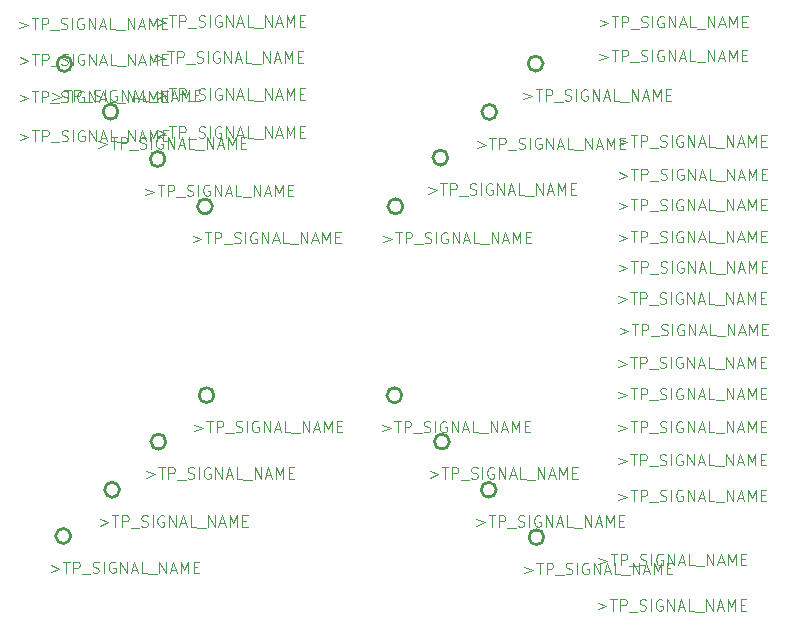
<source format=gbr>
G04 #@! TF.FileFunction,Other,Comment*
%FSLAX46Y46*%
G04 Gerber Fmt 4.6, Leading zero omitted, Abs format (unit mm)*
G04 Created by KiCad (PCBNEW 4.0.6) date 05/08/17 07:17:45*
%MOMM*%
%LPD*%
G01*
G04 APERTURE LIST*
%ADD10C,0.100000*%
%ADD11C,0.254000*%
%ADD12C,0.080000*%
G04 APERTURE END LIST*
D10*
D11*
X130960100Y-117333900D02*
G75*
G03X130960100Y-117333900I-635000J0D01*
G01*
X106956100Y-117338900D02*
G75*
G03X106956100Y-117338900I-635000J0D01*
G01*
X130829100Y-93289900D02*
G75*
G03X130829100Y-93289900I-635000J0D01*
G01*
X106894100Y-93409900D02*
G75*
G03X106894100Y-93409900I-635000J0D01*
G01*
X126941100Y-113411900D02*
G75*
G03X126941100Y-113411900I-635000J0D01*
G01*
X111033100Y-113399900D02*
G75*
G03X111033100Y-113399900I-635000J0D01*
G01*
X127029100Y-97417900D02*
G75*
G03X127029100Y-97417900I-635000J0D01*
G01*
X110898100Y-97419900D02*
G75*
G03X110898100Y-97419900I-635000J0D01*
G01*
X138962100Y-125426900D02*
G75*
G03X138962100Y-125426900I-635000J0D01*
G01*
X98901100Y-125325900D02*
G75*
G03X98901100Y-125325900I-635000J0D01*
G01*
X138893100Y-85326900D02*
G75*
G03X138893100Y-85326900I-635000J0D01*
G01*
X98998100Y-85358900D02*
G75*
G03X98998100Y-85358900I-635000J0D01*
G01*
X134923100Y-121406900D02*
G75*
G03X134923100Y-121406900I-635000J0D01*
G01*
X103035100Y-121407900D02*
G75*
G03X103035100Y-121407900I-635000J0D01*
G01*
X134974100Y-89424900D02*
G75*
G03X134974100Y-89424900I-635000J0D01*
G01*
X102907100Y-89399900D02*
G75*
G03X102907100Y-89399900I-635000J0D01*
G01*
D12*
X145288490Y-91716529D02*
X146012300Y-91987957D01*
X145288490Y-92259386D01*
X146328966Y-91399862D02*
X146871823Y-91399862D01*
X146600395Y-92349862D02*
X146600395Y-91399862D01*
X147188490Y-92349862D02*
X147188490Y-91399862D01*
X147550395Y-91399862D01*
X147640871Y-91445100D01*
X147686110Y-91490338D01*
X147731348Y-91580814D01*
X147731348Y-91716529D01*
X147686110Y-91807005D01*
X147640871Y-91852243D01*
X147550395Y-91897481D01*
X147188490Y-91897481D01*
X147912300Y-92440338D02*
X148636110Y-92440338D01*
X148817062Y-92304624D02*
X148952777Y-92349862D01*
X149178967Y-92349862D01*
X149269443Y-92304624D01*
X149314681Y-92259386D01*
X149359920Y-92168910D01*
X149359920Y-92078433D01*
X149314681Y-91987957D01*
X149269443Y-91942719D01*
X149178967Y-91897481D01*
X148998015Y-91852243D01*
X148907539Y-91807005D01*
X148862300Y-91761767D01*
X148817062Y-91671290D01*
X148817062Y-91580814D01*
X148862300Y-91490338D01*
X148907539Y-91445100D01*
X148998015Y-91399862D01*
X149224205Y-91399862D01*
X149359920Y-91445100D01*
X149767062Y-92349862D02*
X149767062Y-91399862D01*
X150717063Y-91445100D02*
X150626586Y-91399862D01*
X150490872Y-91399862D01*
X150355158Y-91445100D01*
X150264682Y-91535576D01*
X150219443Y-91626052D01*
X150174205Y-91807005D01*
X150174205Y-91942719D01*
X150219443Y-92123671D01*
X150264682Y-92214148D01*
X150355158Y-92304624D01*
X150490872Y-92349862D01*
X150581348Y-92349862D01*
X150717063Y-92304624D01*
X150762301Y-92259386D01*
X150762301Y-91942719D01*
X150581348Y-91942719D01*
X151169443Y-92349862D02*
X151169443Y-91399862D01*
X151712301Y-92349862D01*
X151712301Y-91399862D01*
X152119443Y-92078433D02*
X152571824Y-92078433D01*
X152028967Y-92349862D02*
X152345634Y-91399862D01*
X152662301Y-92349862D01*
X153431348Y-92349862D02*
X152978967Y-92349862D01*
X152978967Y-91399862D01*
X153521825Y-92440338D02*
X154245635Y-92440338D01*
X154471825Y-92349862D02*
X154471825Y-91399862D01*
X155014683Y-92349862D01*
X155014683Y-91399862D01*
X155421825Y-92078433D02*
X155874206Y-92078433D01*
X155331349Y-92349862D02*
X155648016Y-91399862D01*
X155964683Y-92349862D01*
X156281349Y-92349862D02*
X156281349Y-91399862D01*
X156598016Y-92078433D01*
X156914683Y-91399862D01*
X156914683Y-92349862D01*
X157367063Y-91852243D02*
X157683730Y-91852243D01*
X157819444Y-92349862D02*
X157367063Y-92349862D01*
X157367063Y-91399862D01*
X157819444Y-91399862D01*
X143678890Y-81637929D02*
X144402700Y-81909357D01*
X143678890Y-82180786D01*
X144719366Y-81321262D02*
X145262223Y-81321262D01*
X144990795Y-82271262D02*
X144990795Y-81321262D01*
X145578890Y-82271262D02*
X145578890Y-81321262D01*
X145940795Y-81321262D01*
X146031271Y-81366500D01*
X146076510Y-81411738D01*
X146121748Y-81502214D01*
X146121748Y-81637929D01*
X146076510Y-81728405D01*
X146031271Y-81773643D01*
X145940795Y-81818881D01*
X145578890Y-81818881D01*
X146302700Y-82361738D02*
X147026510Y-82361738D01*
X147207462Y-82226024D02*
X147343177Y-82271262D01*
X147569367Y-82271262D01*
X147659843Y-82226024D01*
X147705081Y-82180786D01*
X147750320Y-82090310D01*
X147750320Y-81999833D01*
X147705081Y-81909357D01*
X147659843Y-81864119D01*
X147569367Y-81818881D01*
X147388415Y-81773643D01*
X147297939Y-81728405D01*
X147252700Y-81683167D01*
X147207462Y-81592690D01*
X147207462Y-81502214D01*
X147252700Y-81411738D01*
X147297939Y-81366500D01*
X147388415Y-81321262D01*
X147614605Y-81321262D01*
X147750320Y-81366500D01*
X148157462Y-82271262D02*
X148157462Y-81321262D01*
X149107463Y-81366500D02*
X149016986Y-81321262D01*
X148881272Y-81321262D01*
X148745558Y-81366500D01*
X148655082Y-81456976D01*
X148609843Y-81547452D01*
X148564605Y-81728405D01*
X148564605Y-81864119D01*
X148609843Y-82045071D01*
X148655082Y-82135548D01*
X148745558Y-82226024D01*
X148881272Y-82271262D01*
X148971748Y-82271262D01*
X149107463Y-82226024D01*
X149152701Y-82180786D01*
X149152701Y-81864119D01*
X148971748Y-81864119D01*
X149559843Y-82271262D02*
X149559843Y-81321262D01*
X150102701Y-82271262D01*
X150102701Y-81321262D01*
X150509843Y-81999833D02*
X150962224Y-81999833D01*
X150419367Y-82271262D02*
X150736034Y-81321262D01*
X151052701Y-82271262D01*
X151821748Y-82271262D02*
X151369367Y-82271262D01*
X151369367Y-81321262D01*
X151912225Y-82361738D02*
X152636035Y-82361738D01*
X152862225Y-82271262D02*
X152862225Y-81321262D01*
X153405083Y-82271262D01*
X153405083Y-81321262D01*
X153812225Y-81999833D02*
X154264606Y-81999833D01*
X153721749Y-82271262D02*
X154038416Y-81321262D01*
X154355083Y-82271262D01*
X154671749Y-82271262D02*
X154671749Y-81321262D01*
X154988416Y-81999833D01*
X155305083Y-81321262D01*
X155305083Y-82271262D01*
X155757463Y-81773643D02*
X156074130Y-81773643D01*
X156209844Y-82271262D02*
X155757463Y-82271262D01*
X155757463Y-81321262D01*
X156209844Y-81321262D01*
X145364690Y-107693129D02*
X146088500Y-107964557D01*
X145364690Y-108235986D01*
X146405166Y-107376462D02*
X146948023Y-107376462D01*
X146676595Y-108326462D02*
X146676595Y-107376462D01*
X147264690Y-108326462D02*
X147264690Y-107376462D01*
X147626595Y-107376462D01*
X147717071Y-107421700D01*
X147762310Y-107466938D01*
X147807548Y-107557414D01*
X147807548Y-107693129D01*
X147762310Y-107783605D01*
X147717071Y-107828843D01*
X147626595Y-107874081D01*
X147264690Y-107874081D01*
X147988500Y-108416938D02*
X148712310Y-108416938D01*
X148893262Y-108281224D02*
X149028977Y-108326462D01*
X149255167Y-108326462D01*
X149345643Y-108281224D01*
X149390881Y-108235986D01*
X149436120Y-108145510D01*
X149436120Y-108055033D01*
X149390881Y-107964557D01*
X149345643Y-107919319D01*
X149255167Y-107874081D01*
X149074215Y-107828843D01*
X148983739Y-107783605D01*
X148938500Y-107738367D01*
X148893262Y-107647890D01*
X148893262Y-107557414D01*
X148938500Y-107466938D01*
X148983739Y-107421700D01*
X149074215Y-107376462D01*
X149300405Y-107376462D01*
X149436120Y-107421700D01*
X149843262Y-108326462D02*
X149843262Y-107376462D01*
X150793263Y-107421700D02*
X150702786Y-107376462D01*
X150567072Y-107376462D01*
X150431358Y-107421700D01*
X150340882Y-107512176D01*
X150295643Y-107602652D01*
X150250405Y-107783605D01*
X150250405Y-107919319D01*
X150295643Y-108100271D01*
X150340882Y-108190748D01*
X150431358Y-108281224D01*
X150567072Y-108326462D01*
X150657548Y-108326462D01*
X150793263Y-108281224D01*
X150838501Y-108235986D01*
X150838501Y-107919319D01*
X150657548Y-107919319D01*
X151245643Y-108326462D02*
X151245643Y-107376462D01*
X151788501Y-108326462D01*
X151788501Y-107376462D01*
X152195643Y-108055033D02*
X152648024Y-108055033D01*
X152105167Y-108326462D02*
X152421834Y-107376462D01*
X152738501Y-108326462D01*
X153507548Y-108326462D02*
X153055167Y-108326462D01*
X153055167Y-107376462D01*
X153598025Y-108416938D02*
X154321835Y-108416938D01*
X154548025Y-108326462D02*
X154548025Y-107376462D01*
X155090883Y-108326462D01*
X155090883Y-107376462D01*
X155498025Y-108055033D02*
X155950406Y-108055033D01*
X155407549Y-108326462D02*
X155724216Y-107376462D01*
X156040883Y-108326462D01*
X156357549Y-108326462D02*
X156357549Y-107376462D01*
X156674216Y-108055033D01*
X156990883Y-107376462D01*
X156990883Y-108326462D01*
X157443263Y-107828843D02*
X157759930Y-107828843D01*
X157895644Y-108326462D02*
X157443263Y-108326462D01*
X157443263Y-107376462D01*
X157895644Y-107376462D01*
X145237690Y-110461729D02*
X145961500Y-110733157D01*
X145237690Y-111004586D01*
X146278166Y-110145062D02*
X146821023Y-110145062D01*
X146549595Y-111095062D02*
X146549595Y-110145062D01*
X147137690Y-111095062D02*
X147137690Y-110145062D01*
X147499595Y-110145062D01*
X147590071Y-110190300D01*
X147635310Y-110235538D01*
X147680548Y-110326014D01*
X147680548Y-110461729D01*
X147635310Y-110552205D01*
X147590071Y-110597443D01*
X147499595Y-110642681D01*
X147137690Y-110642681D01*
X147861500Y-111185538D02*
X148585310Y-111185538D01*
X148766262Y-111049824D02*
X148901977Y-111095062D01*
X149128167Y-111095062D01*
X149218643Y-111049824D01*
X149263881Y-111004586D01*
X149309120Y-110914110D01*
X149309120Y-110823633D01*
X149263881Y-110733157D01*
X149218643Y-110687919D01*
X149128167Y-110642681D01*
X148947215Y-110597443D01*
X148856739Y-110552205D01*
X148811500Y-110506967D01*
X148766262Y-110416490D01*
X148766262Y-110326014D01*
X148811500Y-110235538D01*
X148856739Y-110190300D01*
X148947215Y-110145062D01*
X149173405Y-110145062D01*
X149309120Y-110190300D01*
X149716262Y-111095062D02*
X149716262Y-110145062D01*
X150666263Y-110190300D02*
X150575786Y-110145062D01*
X150440072Y-110145062D01*
X150304358Y-110190300D01*
X150213882Y-110280776D01*
X150168643Y-110371252D01*
X150123405Y-110552205D01*
X150123405Y-110687919D01*
X150168643Y-110868871D01*
X150213882Y-110959348D01*
X150304358Y-111049824D01*
X150440072Y-111095062D01*
X150530548Y-111095062D01*
X150666263Y-111049824D01*
X150711501Y-111004586D01*
X150711501Y-110687919D01*
X150530548Y-110687919D01*
X151118643Y-111095062D02*
X151118643Y-110145062D01*
X151661501Y-111095062D01*
X151661501Y-110145062D01*
X152068643Y-110823633D02*
X152521024Y-110823633D01*
X151978167Y-111095062D02*
X152294834Y-110145062D01*
X152611501Y-111095062D01*
X153380548Y-111095062D02*
X152928167Y-111095062D01*
X152928167Y-110145062D01*
X153471025Y-111185538D02*
X154194835Y-111185538D01*
X154421025Y-111095062D02*
X154421025Y-110145062D01*
X154963883Y-111095062D01*
X154963883Y-110145062D01*
X155371025Y-110823633D02*
X155823406Y-110823633D01*
X155280549Y-111095062D02*
X155597216Y-110145062D01*
X155913883Y-111095062D01*
X156230549Y-111095062D02*
X156230549Y-110145062D01*
X156547216Y-110823633D01*
X156863883Y-110145062D01*
X156863883Y-111095062D01*
X157316263Y-110597443D02*
X157632930Y-110597443D01*
X157768644Y-111095062D02*
X157316263Y-111095062D01*
X157316263Y-110145062D01*
X157768644Y-110145062D01*
X145288490Y-97126729D02*
X146012300Y-97398157D01*
X145288490Y-97669586D01*
X146328966Y-96810062D02*
X146871823Y-96810062D01*
X146600395Y-97760062D02*
X146600395Y-96810062D01*
X147188490Y-97760062D02*
X147188490Y-96810062D01*
X147550395Y-96810062D01*
X147640871Y-96855300D01*
X147686110Y-96900538D01*
X147731348Y-96991014D01*
X147731348Y-97126729D01*
X147686110Y-97217205D01*
X147640871Y-97262443D01*
X147550395Y-97307681D01*
X147188490Y-97307681D01*
X147912300Y-97850538D02*
X148636110Y-97850538D01*
X148817062Y-97714824D02*
X148952777Y-97760062D01*
X149178967Y-97760062D01*
X149269443Y-97714824D01*
X149314681Y-97669586D01*
X149359920Y-97579110D01*
X149359920Y-97488633D01*
X149314681Y-97398157D01*
X149269443Y-97352919D01*
X149178967Y-97307681D01*
X148998015Y-97262443D01*
X148907539Y-97217205D01*
X148862300Y-97171967D01*
X148817062Y-97081490D01*
X148817062Y-96991014D01*
X148862300Y-96900538D01*
X148907539Y-96855300D01*
X148998015Y-96810062D01*
X149224205Y-96810062D01*
X149359920Y-96855300D01*
X149767062Y-97760062D02*
X149767062Y-96810062D01*
X150717063Y-96855300D02*
X150626586Y-96810062D01*
X150490872Y-96810062D01*
X150355158Y-96855300D01*
X150264682Y-96945776D01*
X150219443Y-97036252D01*
X150174205Y-97217205D01*
X150174205Y-97352919D01*
X150219443Y-97533871D01*
X150264682Y-97624348D01*
X150355158Y-97714824D01*
X150490872Y-97760062D01*
X150581348Y-97760062D01*
X150717063Y-97714824D01*
X150762301Y-97669586D01*
X150762301Y-97352919D01*
X150581348Y-97352919D01*
X151169443Y-97760062D02*
X151169443Y-96810062D01*
X151712301Y-97760062D01*
X151712301Y-96810062D01*
X152119443Y-97488633D02*
X152571824Y-97488633D01*
X152028967Y-97760062D02*
X152345634Y-96810062D01*
X152662301Y-97760062D01*
X153431348Y-97760062D02*
X152978967Y-97760062D01*
X152978967Y-96810062D01*
X153521825Y-97850538D02*
X154245635Y-97850538D01*
X154471825Y-97760062D02*
X154471825Y-96810062D01*
X155014683Y-97760062D01*
X155014683Y-96810062D01*
X155421825Y-97488633D02*
X155874206Y-97488633D01*
X155331349Y-97760062D02*
X155648016Y-96810062D01*
X155964683Y-97760062D01*
X156281349Y-97760062D02*
X156281349Y-96810062D01*
X156598016Y-97488633D01*
X156914683Y-96810062D01*
X156914683Y-97760062D01*
X157367063Y-97262443D02*
X157683730Y-97262443D01*
X157819444Y-97760062D02*
X157367063Y-97760062D01*
X157367063Y-96810062D01*
X157819444Y-96810062D01*
X145263090Y-121739329D02*
X145986900Y-122010757D01*
X145263090Y-122282186D01*
X146303566Y-121422662D02*
X146846423Y-121422662D01*
X146574995Y-122372662D02*
X146574995Y-121422662D01*
X147163090Y-122372662D02*
X147163090Y-121422662D01*
X147524995Y-121422662D01*
X147615471Y-121467900D01*
X147660710Y-121513138D01*
X147705948Y-121603614D01*
X147705948Y-121739329D01*
X147660710Y-121829805D01*
X147615471Y-121875043D01*
X147524995Y-121920281D01*
X147163090Y-121920281D01*
X147886900Y-122463138D02*
X148610710Y-122463138D01*
X148791662Y-122327424D02*
X148927377Y-122372662D01*
X149153567Y-122372662D01*
X149244043Y-122327424D01*
X149289281Y-122282186D01*
X149334520Y-122191710D01*
X149334520Y-122101233D01*
X149289281Y-122010757D01*
X149244043Y-121965519D01*
X149153567Y-121920281D01*
X148972615Y-121875043D01*
X148882139Y-121829805D01*
X148836900Y-121784567D01*
X148791662Y-121694090D01*
X148791662Y-121603614D01*
X148836900Y-121513138D01*
X148882139Y-121467900D01*
X148972615Y-121422662D01*
X149198805Y-121422662D01*
X149334520Y-121467900D01*
X149741662Y-122372662D02*
X149741662Y-121422662D01*
X150691663Y-121467900D02*
X150601186Y-121422662D01*
X150465472Y-121422662D01*
X150329758Y-121467900D01*
X150239282Y-121558376D01*
X150194043Y-121648852D01*
X150148805Y-121829805D01*
X150148805Y-121965519D01*
X150194043Y-122146471D01*
X150239282Y-122236948D01*
X150329758Y-122327424D01*
X150465472Y-122372662D01*
X150555948Y-122372662D01*
X150691663Y-122327424D01*
X150736901Y-122282186D01*
X150736901Y-121965519D01*
X150555948Y-121965519D01*
X151144043Y-122372662D02*
X151144043Y-121422662D01*
X151686901Y-122372662D01*
X151686901Y-121422662D01*
X152094043Y-122101233D02*
X152546424Y-122101233D01*
X152003567Y-122372662D02*
X152320234Y-121422662D01*
X152636901Y-122372662D01*
X153405948Y-122372662D02*
X152953567Y-122372662D01*
X152953567Y-121422662D01*
X153496425Y-122463138D02*
X154220235Y-122463138D01*
X154446425Y-122372662D02*
X154446425Y-121422662D01*
X154989283Y-122372662D01*
X154989283Y-121422662D01*
X155396425Y-122101233D02*
X155848806Y-122101233D01*
X155305949Y-122372662D02*
X155622616Y-121422662D01*
X155939283Y-122372662D01*
X156255949Y-122372662D02*
X156255949Y-121422662D01*
X156572616Y-122101233D01*
X156889283Y-121422662D01*
X156889283Y-122372662D01*
X157341663Y-121875043D02*
X157658330Y-121875043D01*
X157794044Y-122372662D02*
X157341663Y-122372662D01*
X157341663Y-121422662D01*
X157794044Y-121422662D01*
X145237690Y-105026129D02*
X145961500Y-105297557D01*
X145237690Y-105568986D01*
X146278166Y-104709462D02*
X146821023Y-104709462D01*
X146549595Y-105659462D02*
X146549595Y-104709462D01*
X147137690Y-105659462D02*
X147137690Y-104709462D01*
X147499595Y-104709462D01*
X147590071Y-104754700D01*
X147635310Y-104799938D01*
X147680548Y-104890414D01*
X147680548Y-105026129D01*
X147635310Y-105116605D01*
X147590071Y-105161843D01*
X147499595Y-105207081D01*
X147137690Y-105207081D01*
X147861500Y-105749938D02*
X148585310Y-105749938D01*
X148766262Y-105614224D02*
X148901977Y-105659462D01*
X149128167Y-105659462D01*
X149218643Y-105614224D01*
X149263881Y-105568986D01*
X149309120Y-105478510D01*
X149309120Y-105388033D01*
X149263881Y-105297557D01*
X149218643Y-105252319D01*
X149128167Y-105207081D01*
X148947215Y-105161843D01*
X148856739Y-105116605D01*
X148811500Y-105071367D01*
X148766262Y-104980890D01*
X148766262Y-104890414D01*
X148811500Y-104799938D01*
X148856739Y-104754700D01*
X148947215Y-104709462D01*
X149173405Y-104709462D01*
X149309120Y-104754700D01*
X149716262Y-105659462D02*
X149716262Y-104709462D01*
X150666263Y-104754700D02*
X150575786Y-104709462D01*
X150440072Y-104709462D01*
X150304358Y-104754700D01*
X150213882Y-104845176D01*
X150168643Y-104935652D01*
X150123405Y-105116605D01*
X150123405Y-105252319D01*
X150168643Y-105433271D01*
X150213882Y-105523748D01*
X150304358Y-105614224D01*
X150440072Y-105659462D01*
X150530548Y-105659462D01*
X150666263Y-105614224D01*
X150711501Y-105568986D01*
X150711501Y-105252319D01*
X150530548Y-105252319D01*
X151118643Y-105659462D02*
X151118643Y-104709462D01*
X151661501Y-105659462D01*
X151661501Y-104709462D01*
X152068643Y-105388033D02*
X152521024Y-105388033D01*
X151978167Y-105659462D02*
X152294834Y-104709462D01*
X152611501Y-105659462D01*
X153380548Y-105659462D02*
X152928167Y-105659462D01*
X152928167Y-104709462D01*
X153471025Y-105749938D02*
X154194835Y-105749938D01*
X154421025Y-105659462D02*
X154421025Y-104709462D01*
X154963883Y-105659462D01*
X154963883Y-104709462D01*
X155371025Y-105388033D02*
X155823406Y-105388033D01*
X155280549Y-105659462D02*
X155597216Y-104709462D01*
X155913883Y-105659462D01*
X156230549Y-105659462D02*
X156230549Y-104709462D01*
X156547216Y-105388033D01*
X156863883Y-104709462D01*
X156863883Y-105659462D01*
X157316263Y-105161843D02*
X157632930Y-105161843D01*
X157768644Y-105659462D02*
X157316263Y-105659462D01*
X157316263Y-104709462D01*
X157768644Y-104709462D01*
X145263090Y-113128729D02*
X145986900Y-113400157D01*
X145263090Y-113671586D01*
X146303566Y-112812062D02*
X146846423Y-112812062D01*
X146574995Y-113762062D02*
X146574995Y-112812062D01*
X147163090Y-113762062D02*
X147163090Y-112812062D01*
X147524995Y-112812062D01*
X147615471Y-112857300D01*
X147660710Y-112902538D01*
X147705948Y-112993014D01*
X147705948Y-113128729D01*
X147660710Y-113219205D01*
X147615471Y-113264443D01*
X147524995Y-113309681D01*
X147163090Y-113309681D01*
X147886900Y-113852538D02*
X148610710Y-113852538D01*
X148791662Y-113716824D02*
X148927377Y-113762062D01*
X149153567Y-113762062D01*
X149244043Y-113716824D01*
X149289281Y-113671586D01*
X149334520Y-113581110D01*
X149334520Y-113490633D01*
X149289281Y-113400157D01*
X149244043Y-113354919D01*
X149153567Y-113309681D01*
X148972615Y-113264443D01*
X148882139Y-113219205D01*
X148836900Y-113173967D01*
X148791662Y-113083490D01*
X148791662Y-112993014D01*
X148836900Y-112902538D01*
X148882139Y-112857300D01*
X148972615Y-112812062D01*
X149198805Y-112812062D01*
X149334520Y-112857300D01*
X149741662Y-113762062D02*
X149741662Y-112812062D01*
X150691663Y-112857300D02*
X150601186Y-112812062D01*
X150465472Y-112812062D01*
X150329758Y-112857300D01*
X150239282Y-112947776D01*
X150194043Y-113038252D01*
X150148805Y-113219205D01*
X150148805Y-113354919D01*
X150194043Y-113535871D01*
X150239282Y-113626348D01*
X150329758Y-113716824D01*
X150465472Y-113762062D01*
X150555948Y-113762062D01*
X150691663Y-113716824D01*
X150736901Y-113671586D01*
X150736901Y-113354919D01*
X150555948Y-113354919D01*
X151144043Y-113762062D02*
X151144043Y-112812062D01*
X151686901Y-113762062D01*
X151686901Y-112812062D01*
X152094043Y-113490633D02*
X152546424Y-113490633D01*
X152003567Y-113762062D02*
X152320234Y-112812062D01*
X152636901Y-113762062D01*
X153405948Y-113762062D02*
X152953567Y-113762062D01*
X152953567Y-112812062D01*
X153496425Y-113852538D02*
X154220235Y-113852538D01*
X154446425Y-113762062D02*
X154446425Y-112812062D01*
X154989283Y-113762062D01*
X154989283Y-112812062D01*
X155396425Y-113490633D02*
X155848806Y-113490633D01*
X155305949Y-113762062D02*
X155622616Y-112812062D01*
X155939283Y-113762062D01*
X156255949Y-113762062D02*
X156255949Y-112812062D01*
X156572616Y-113490633D01*
X156889283Y-112812062D01*
X156889283Y-113762062D01*
X157341663Y-113264443D02*
X157658330Y-113264443D01*
X157794044Y-113762062D02*
X157341663Y-113762062D01*
X157341663Y-112812062D01*
X157794044Y-112812062D01*
X145263090Y-115922729D02*
X145986900Y-116194157D01*
X145263090Y-116465586D01*
X146303566Y-115606062D02*
X146846423Y-115606062D01*
X146574995Y-116556062D02*
X146574995Y-115606062D01*
X147163090Y-116556062D02*
X147163090Y-115606062D01*
X147524995Y-115606062D01*
X147615471Y-115651300D01*
X147660710Y-115696538D01*
X147705948Y-115787014D01*
X147705948Y-115922729D01*
X147660710Y-116013205D01*
X147615471Y-116058443D01*
X147524995Y-116103681D01*
X147163090Y-116103681D01*
X147886900Y-116646538D02*
X148610710Y-116646538D01*
X148791662Y-116510824D02*
X148927377Y-116556062D01*
X149153567Y-116556062D01*
X149244043Y-116510824D01*
X149289281Y-116465586D01*
X149334520Y-116375110D01*
X149334520Y-116284633D01*
X149289281Y-116194157D01*
X149244043Y-116148919D01*
X149153567Y-116103681D01*
X148972615Y-116058443D01*
X148882139Y-116013205D01*
X148836900Y-115967967D01*
X148791662Y-115877490D01*
X148791662Y-115787014D01*
X148836900Y-115696538D01*
X148882139Y-115651300D01*
X148972615Y-115606062D01*
X149198805Y-115606062D01*
X149334520Y-115651300D01*
X149741662Y-116556062D02*
X149741662Y-115606062D01*
X150691663Y-115651300D02*
X150601186Y-115606062D01*
X150465472Y-115606062D01*
X150329758Y-115651300D01*
X150239282Y-115741776D01*
X150194043Y-115832252D01*
X150148805Y-116013205D01*
X150148805Y-116148919D01*
X150194043Y-116329871D01*
X150239282Y-116420348D01*
X150329758Y-116510824D01*
X150465472Y-116556062D01*
X150555948Y-116556062D01*
X150691663Y-116510824D01*
X150736901Y-116465586D01*
X150736901Y-116148919D01*
X150555948Y-116148919D01*
X151144043Y-116556062D02*
X151144043Y-115606062D01*
X151686901Y-116556062D01*
X151686901Y-115606062D01*
X152094043Y-116284633D02*
X152546424Y-116284633D01*
X152003567Y-116556062D02*
X152320234Y-115606062D01*
X152636901Y-116556062D01*
X153405948Y-116556062D02*
X152953567Y-116556062D01*
X152953567Y-115606062D01*
X153496425Y-116646538D02*
X154220235Y-116646538D01*
X154446425Y-116556062D02*
X154446425Y-115606062D01*
X154989283Y-116556062D01*
X154989283Y-115606062D01*
X155396425Y-116284633D02*
X155848806Y-116284633D01*
X155305949Y-116556062D02*
X155622616Y-115606062D01*
X155939283Y-116556062D01*
X156255949Y-116556062D02*
X156255949Y-115606062D01*
X156572616Y-116284633D01*
X156889283Y-115606062D01*
X156889283Y-116556062D01*
X157341663Y-116058443D02*
X157658330Y-116058443D01*
X157794044Y-116556062D02*
X157341663Y-116556062D01*
X157341663Y-115606062D01*
X157794044Y-115606062D01*
X145288490Y-99819129D02*
X146012300Y-100090557D01*
X145288490Y-100361986D01*
X146328966Y-99502462D02*
X146871823Y-99502462D01*
X146600395Y-100452462D02*
X146600395Y-99502462D01*
X147188490Y-100452462D02*
X147188490Y-99502462D01*
X147550395Y-99502462D01*
X147640871Y-99547700D01*
X147686110Y-99592938D01*
X147731348Y-99683414D01*
X147731348Y-99819129D01*
X147686110Y-99909605D01*
X147640871Y-99954843D01*
X147550395Y-100000081D01*
X147188490Y-100000081D01*
X147912300Y-100542938D02*
X148636110Y-100542938D01*
X148817062Y-100407224D02*
X148952777Y-100452462D01*
X149178967Y-100452462D01*
X149269443Y-100407224D01*
X149314681Y-100361986D01*
X149359920Y-100271510D01*
X149359920Y-100181033D01*
X149314681Y-100090557D01*
X149269443Y-100045319D01*
X149178967Y-100000081D01*
X148998015Y-99954843D01*
X148907539Y-99909605D01*
X148862300Y-99864367D01*
X148817062Y-99773890D01*
X148817062Y-99683414D01*
X148862300Y-99592938D01*
X148907539Y-99547700D01*
X148998015Y-99502462D01*
X149224205Y-99502462D01*
X149359920Y-99547700D01*
X149767062Y-100452462D02*
X149767062Y-99502462D01*
X150717063Y-99547700D02*
X150626586Y-99502462D01*
X150490872Y-99502462D01*
X150355158Y-99547700D01*
X150264682Y-99638176D01*
X150219443Y-99728652D01*
X150174205Y-99909605D01*
X150174205Y-100045319D01*
X150219443Y-100226271D01*
X150264682Y-100316748D01*
X150355158Y-100407224D01*
X150490872Y-100452462D01*
X150581348Y-100452462D01*
X150717063Y-100407224D01*
X150762301Y-100361986D01*
X150762301Y-100045319D01*
X150581348Y-100045319D01*
X151169443Y-100452462D02*
X151169443Y-99502462D01*
X151712301Y-100452462D01*
X151712301Y-99502462D01*
X152119443Y-100181033D02*
X152571824Y-100181033D01*
X152028967Y-100452462D02*
X152345634Y-99502462D01*
X152662301Y-100452462D01*
X153431348Y-100452462D02*
X152978967Y-100452462D01*
X152978967Y-99502462D01*
X153521825Y-100542938D02*
X154245635Y-100542938D01*
X154471825Y-100452462D02*
X154471825Y-99502462D01*
X155014683Y-100452462D01*
X155014683Y-99502462D01*
X155421825Y-100181033D02*
X155874206Y-100181033D01*
X155331349Y-100452462D02*
X155648016Y-99502462D01*
X155964683Y-100452462D01*
X156281349Y-100452462D02*
X156281349Y-99502462D01*
X156598016Y-100181033D01*
X156914683Y-99502462D01*
X156914683Y-100452462D01*
X157367063Y-99954843D02*
X157683730Y-99954843D01*
X157819444Y-100452462D02*
X157367063Y-100452462D01*
X157367063Y-99502462D01*
X157819444Y-99502462D01*
X129281290Y-119830329D02*
X130005100Y-120101757D01*
X129281290Y-120373186D01*
X130321766Y-119513662D02*
X130864623Y-119513662D01*
X130593195Y-120463662D02*
X130593195Y-119513662D01*
X131181290Y-120463662D02*
X131181290Y-119513662D01*
X131543195Y-119513662D01*
X131633671Y-119558900D01*
X131678910Y-119604138D01*
X131724148Y-119694614D01*
X131724148Y-119830329D01*
X131678910Y-119920805D01*
X131633671Y-119966043D01*
X131543195Y-120011281D01*
X131181290Y-120011281D01*
X131905100Y-120554138D02*
X132628910Y-120554138D01*
X132809862Y-120418424D02*
X132945577Y-120463662D01*
X133171767Y-120463662D01*
X133262243Y-120418424D01*
X133307481Y-120373186D01*
X133352720Y-120282710D01*
X133352720Y-120192233D01*
X133307481Y-120101757D01*
X133262243Y-120056519D01*
X133171767Y-120011281D01*
X132990815Y-119966043D01*
X132900339Y-119920805D01*
X132855100Y-119875567D01*
X132809862Y-119785090D01*
X132809862Y-119694614D01*
X132855100Y-119604138D01*
X132900339Y-119558900D01*
X132990815Y-119513662D01*
X133217005Y-119513662D01*
X133352720Y-119558900D01*
X133759862Y-120463662D02*
X133759862Y-119513662D01*
X134709863Y-119558900D02*
X134619386Y-119513662D01*
X134483672Y-119513662D01*
X134347958Y-119558900D01*
X134257482Y-119649376D01*
X134212243Y-119739852D01*
X134167005Y-119920805D01*
X134167005Y-120056519D01*
X134212243Y-120237471D01*
X134257482Y-120327948D01*
X134347958Y-120418424D01*
X134483672Y-120463662D01*
X134574148Y-120463662D01*
X134709863Y-120418424D01*
X134755101Y-120373186D01*
X134755101Y-120056519D01*
X134574148Y-120056519D01*
X135162243Y-120463662D02*
X135162243Y-119513662D01*
X135705101Y-120463662D01*
X135705101Y-119513662D01*
X136112243Y-120192233D02*
X136564624Y-120192233D01*
X136021767Y-120463662D02*
X136338434Y-119513662D01*
X136655101Y-120463662D01*
X137424148Y-120463662D02*
X136971767Y-120463662D01*
X136971767Y-119513662D01*
X137514625Y-120554138D02*
X138238435Y-120554138D01*
X138464625Y-120463662D02*
X138464625Y-119513662D01*
X139007483Y-120463662D01*
X139007483Y-119513662D01*
X139414625Y-120192233D02*
X139867006Y-120192233D01*
X139324149Y-120463662D02*
X139640816Y-119513662D01*
X139957483Y-120463662D01*
X140274149Y-120463662D02*
X140274149Y-119513662D01*
X140590816Y-120192233D01*
X140907483Y-119513662D01*
X140907483Y-120463662D01*
X141359863Y-119966043D02*
X141676530Y-119966043D01*
X141812244Y-120463662D02*
X141359863Y-120463662D01*
X141359863Y-119513662D01*
X141812244Y-119513662D01*
X105277290Y-119835329D02*
X106001100Y-120106757D01*
X105277290Y-120378186D01*
X106317766Y-119518662D02*
X106860623Y-119518662D01*
X106589195Y-120468662D02*
X106589195Y-119518662D01*
X107177290Y-120468662D02*
X107177290Y-119518662D01*
X107539195Y-119518662D01*
X107629671Y-119563900D01*
X107674910Y-119609138D01*
X107720148Y-119699614D01*
X107720148Y-119835329D01*
X107674910Y-119925805D01*
X107629671Y-119971043D01*
X107539195Y-120016281D01*
X107177290Y-120016281D01*
X107901100Y-120559138D02*
X108624910Y-120559138D01*
X108805862Y-120423424D02*
X108941577Y-120468662D01*
X109167767Y-120468662D01*
X109258243Y-120423424D01*
X109303481Y-120378186D01*
X109348720Y-120287710D01*
X109348720Y-120197233D01*
X109303481Y-120106757D01*
X109258243Y-120061519D01*
X109167767Y-120016281D01*
X108986815Y-119971043D01*
X108896339Y-119925805D01*
X108851100Y-119880567D01*
X108805862Y-119790090D01*
X108805862Y-119699614D01*
X108851100Y-119609138D01*
X108896339Y-119563900D01*
X108986815Y-119518662D01*
X109213005Y-119518662D01*
X109348720Y-119563900D01*
X109755862Y-120468662D02*
X109755862Y-119518662D01*
X110705863Y-119563900D02*
X110615386Y-119518662D01*
X110479672Y-119518662D01*
X110343958Y-119563900D01*
X110253482Y-119654376D01*
X110208243Y-119744852D01*
X110163005Y-119925805D01*
X110163005Y-120061519D01*
X110208243Y-120242471D01*
X110253482Y-120332948D01*
X110343958Y-120423424D01*
X110479672Y-120468662D01*
X110570148Y-120468662D01*
X110705863Y-120423424D01*
X110751101Y-120378186D01*
X110751101Y-120061519D01*
X110570148Y-120061519D01*
X111158243Y-120468662D02*
X111158243Y-119518662D01*
X111701101Y-120468662D01*
X111701101Y-119518662D01*
X112108243Y-120197233D02*
X112560624Y-120197233D01*
X112017767Y-120468662D02*
X112334434Y-119518662D01*
X112651101Y-120468662D01*
X113420148Y-120468662D02*
X112967767Y-120468662D01*
X112967767Y-119518662D01*
X113510625Y-120559138D02*
X114234435Y-120559138D01*
X114460625Y-120468662D02*
X114460625Y-119518662D01*
X115003483Y-120468662D01*
X115003483Y-119518662D01*
X115410625Y-120197233D02*
X115863006Y-120197233D01*
X115320149Y-120468662D02*
X115636816Y-119518662D01*
X115953483Y-120468662D01*
X116270149Y-120468662D02*
X116270149Y-119518662D01*
X116586816Y-120197233D01*
X116903483Y-119518662D01*
X116903483Y-120468662D01*
X117355863Y-119971043D02*
X117672530Y-119971043D01*
X117808244Y-120468662D02*
X117355863Y-120468662D01*
X117355863Y-119518662D01*
X117808244Y-119518662D01*
X129150290Y-95786329D02*
X129874100Y-96057757D01*
X129150290Y-96329186D01*
X130190766Y-95469662D02*
X130733623Y-95469662D01*
X130462195Y-96419662D02*
X130462195Y-95469662D01*
X131050290Y-96419662D02*
X131050290Y-95469662D01*
X131412195Y-95469662D01*
X131502671Y-95514900D01*
X131547910Y-95560138D01*
X131593148Y-95650614D01*
X131593148Y-95786329D01*
X131547910Y-95876805D01*
X131502671Y-95922043D01*
X131412195Y-95967281D01*
X131050290Y-95967281D01*
X131774100Y-96510138D02*
X132497910Y-96510138D01*
X132678862Y-96374424D02*
X132814577Y-96419662D01*
X133040767Y-96419662D01*
X133131243Y-96374424D01*
X133176481Y-96329186D01*
X133221720Y-96238710D01*
X133221720Y-96148233D01*
X133176481Y-96057757D01*
X133131243Y-96012519D01*
X133040767Y-95967281D01*
X132859815Y-95922043D01*
X132769339Y-95876805D01*
X132724100Y-95831567D01*
X132678862Y-95741090D01*
X132678862Y-95650614D01*
X132724100Y-95560138D01*
X132769339Y-95514900D01*
X132859815Y-95469662D01*
X133086005Y-95469662D01*
X133221720Y-95514900D01*
X133628862Y-96419662D02*
X133628862Y-95469662D01*
X134578863Y-95514900D02*
X134488386Y-95469662D01*
X134352672Y-95469662D01*
X134216958Y-95514900D01*
X134126482Y-95605376D01*
X134081243Y-95695852D01*
X134036005Y-95876805D01*
X134036005Y-96012519D01*
X134081243Y-96193471D01*
X134126482Y-96283948D01*
X134216958Y-96374424D01*
X134352672Y-96419662D01*
X134443148Y-96419662D01*
X134578863Y-96374424D01*
X134624101Y-96329186D01*
X134624101Y-96012519D01*
X134443148Y-96012519D01*
X135031243Y-96419662D02*
X135031243Y-95469662D01*
X135574101Y-96419662D01*
X135574101Y-95469662D01*
X135981243Y-96148233D02*
X136433624Y-96148233D01*
X135890767Y-96419662D02*
X136207434Y-95469662D01*
X136524101Y-96419662D01*
X137293148Y-96419662D02*
X136840767Y-96419662D01*
X136840767Y-95469662D01*
X137383625Y-96510138D02*
X138107435Y-96510138D01*
X138333625Y-96419662D02*
X138333625Y-95469662D01*
X138876483Y-96419662D01*
X138876483Y-95469662D01*
X139283625Y-96148233D02*
X139736006Y-96148233D01*
X139193149Y-96419662D02*
X139509816Y-95469662D01*
X139826483Y-96419662D01*
X140143149Y-96419662D02*
X140143149Y-95469662D01*
X140459816Y-96148233D01*
X140776483Y-95469662D01*
X140776483Y-96419662D01*
X141228863Y-95922043D02*
X141545530Y-95922043D01*
X141681244Y-96419662D02*
X141228863Y-96419662D01*
X141228863Y-95469662D01*
X141681244Y-95469662D01*
X105215290Y-95906329D02*
X105939100Y-96177757D01*
X105215290Y-96449186D01*
X106255766Y-95589662D02*
X106798623Y-95589662D01*
X106527195Y-96539662D02*
X106527195Y-95589662D01*
X107115290Y-96539662D02*
X107115290Y-95589662D01*
X107477195Y-95589662D01*
X107567671Y-95634900D01*
X107612910Y-95680138D01*
X107658148Y-95770614D01*
X107658148Y-95906329D01*
X107612910Y-95996805D01*
X107567671Y-96042043D01*
X107477195Y-96087281D01*
X107115290Y-96087281D01*
X107839100Y-96630138D02*
X108562910Y-96630138D01*
X108743862Y-96494424D02*
X108879577Y-96539662D01*
X109105767Y-96539662D01*
X109196243Y-96494424D01*
X109241481Y-96449186D01*
X109286720Y-96358710D01*
X109286720Y-96268233D01*
X109241481Y-96177757D01*
X109196243Y-96132519D01*
X109105767Y-96087281D01*
X108924815Y-96042043D01*
X108834339Y-95996805D01*
X108789100Y-95951567D01*
X108743862Y-95861090D01*
X108743862Y-95770614D01*
X108789100Y-95680138D01*
X108834339Y-95634900D01*
X108924815Y-95589662D01*
X109151005Y-95589662D01*
X109286720Y-95634900D01*
X109693862Y-96539662D02*
X109693862Y-95589662D01*
X110643863Y-95634900D02*
X110553386Y-95589662D01*
X110417672Y-95589662D01*
X110281958Y-95634900D01*
X110191482Y-95725376D01*
X110146243Y-95815852D01*
X110101005Y-95996805D01*
X110101005Y-96132519D01*
X110146243Y-96313471D01*
X110191482Y-96403948D01*
X110281958Y-96494424D01*
X110417672Y-96539662D01*
X110508148Y-96539662D01*
X110643863Y-96494424D01*
X110689101Y-96449186D01*
X110689101Y-96132519D01*
X110508148Y-96132519D01*
X111096243Y-96539662D02*
X111096243Y-95589662D01*
X111639101Y-96539662D01*
X111639101Y-95589662D01*
X112046243Y-96268233D02*
X112498624Y-96268233D01*
X111955767Y-96539662D02*
X112272434Y-95589662D01*
X112589101Y-96539662D01*
X113358148Y-96539662D02*
X112905767Y-96539662D01*
X112905767Y-95589662D01*
X113448625Y-96630138D02*
X114172435Y-96630138D01*
X114398625Y-96539662D02*
X114398625Y-95589662D01*
X114941483Y-96539662D01*
X114941483Y-95589662D01*
X115348625Y-96268233D02*
X115801006Y-96268233D01*
X115258149Y-96539662D02*
X115574816Y-95589662D01*
X115891483Y-96539662D01*
X116208149Y-96539662D02*
X116208149Y-95589662D01*
X116524816Y-96268233D01*
X116841483Y-95589662D01*
X116841483Y-96539662D01*
X117293863Y-96042043D02*
X117610530Y-96042043D01*
X117746244Y-96539662D02*
X117293863Y-96539662D01*
X117293863Y-95589662D01*
X117746244Y-95589662D01*
X125262290Y-115908329D02*
X125986100Y-116179757D01*
X125262290Y-116451186D01*
X126302766Y-115591662D02*
X126845623Y-115591662D01*
X126574195Y-116541662D02*
X126574195Y-115591662D01*
X127162290Y-116541662D02*
X127162290Y-115591662D01*
X127524195Y-115591662D01*
X127614671Y-115636900D01*
X127659910Y-115682138D01*
X127705148Y-115772614D01*
X127705148Y-115908329D01*
X127659910Y-115998805D01*
X127614671Y-116044043D01*
X127524195Y-116089281D01*
X127162290Y-116089281D01*
X127886100Y-116632138D02*
X128609910Y-116632138D01*
X128790862Y-116496424D02*
X128926577Y-116541662D01*
X129152767Y-116541662D01*
X129243243Y-116496424D01*
X129288481Y-116451186D01*
X129333720Y-116360710D01*
X129333720Y-116270233D01*
X129288481Y-116179757D01*
X129243243Y-116134519D01*
X129152767Y-116089281D01*
X128971815Y-116044043D01*
X128881339Y-115998805D01*
X128836100Y-115953567D01*
X128790862Y-115863090D01*
X128790862Y-115772614D01*
X128836100Y-115682138D01*
X128881339Y-115636900D01*
X128971815Y-115591662D01*
X129198005Y-115591662D01*
X129333720Y-115636900D01*
X129740862Y-116541662D02*
X129740862Y-115591662D01*
X130690863Y-115636900D02*
X130600386Y-115591662D01*
X130464672Y-115591662D01*
X130328958Y-115636900D01*
X130238482Y-115727376D01*
X130193243Y-115817852D01*
X130148005Y-115998805D01*
X130148005Y-116134519D01*
X130193243Y-116315471D01*
X130238482Y-116405948D01*
X130328958Y-116496424D01*
X130464672Y-116541662D01*
X130555148Y-116541662D01*
X130690863Y-116496424D01*
X130736101Y-116451186D01*
X130736101Y-116134519D01*
X130555148Y-116134519D01*
X131143243Y-116541662D02*
X131143243Y-115591662D01*
X131686101Y-116541662D01*
X131686101Y-115591662D01*
X132093243Y-116270233D02*
X132545624Y-116270233D01*
X132002767Y-116541662D02*
X132319434Y-115591662D01*
X132636101Y-116541662D01*
X133405148Y-116541662D02*
X132952767Y-116541662D01*
X132952767Y-115591662D01*
X133495625Y-116632138D02*
X134219435Y-116632138D01*
X134445625Y-116541662D02*
X134445625Y-115591662D01*
X134988483Y-116541662D01*
X134988483Y-115591662D01*
X135395625Y-116270233D02*
X135848006Y-116270233D01*
X135305149Y-116541662D02*
X135621816Y-115591662D01*
X135938483Y-116541662D01*
X136255149Y-116541662D02*
X136255149Y-115591662D01*
X136571816Y-116270233D01*
X136888483Y-115591662D01*
X136888483Y-116541662D01*
X137340863Y-116044043D02*
X137657530Y-116044043D01*
X137793244Y-116541662D02*
X137340863Y-116541662D01*
X137340863Y-115591662D01*
X137793244Y-115591662D01*
X109354290Y-115896329D02*
X110078100Y-116167757D01*
X109354290Y-116439186D01*
X110394766Y-115579662D02*
X110937623Y-115579662D01*
X110666195Y-116529662D02*
X110666195Y-115579662D01*
X111254290Y-116529662D02*
X111254290Y-115579662D01*
X111616195Y-115579662D01*
X111706671Y-115624900D01*
X111751910Y-115670138D01*
X111797148Y-115760614D01*
X111797148Y-115896329D01*
X111751910Y-115986805D01*
X111706671Y-116032043D01*
X111616195Y-116077281D01*
X111254290Y-116077281D01*
X111978100Y-116620138D02*
X112701910Y-116620138D01*
X112882862Y-116484424D02*
X113018577Y-116529662D01*
X113244767Y-116529662D01*
X113335243Y-116484424D01*
X113380481Y-116439186D01*
X113425720Y-116348710D01*
X113425720Y-116258233D01*
X113380481Y-116167757D01*
X113335243Y-116122519D01*
X113244767Y-116077281D01*
X113063815Y-116032043D01*
X112973339Y-115986805D01*
X112928100Y-115941567D01*
X112882862Y-115851090D01*
X112882862Y-115760614D01*
X112928100Y-115670138D01*
X112973339Y-115624900D01*
X113063815Y-115579662D01*
X113290005Y-115579662D01*
X113425720Y-115624900D01*
X113832862Y-116529662D02*
X113832862Y-115579662D01*
X114782863Y-115624900D02*
X114692386Y-115579662D01*
X114556672Y-115579662D01*
X114420958Y-115624900D01*
X114330482Y-115715376D01*
X114285243Y-115805852D01*
X114240005Y-115986805D01*
X114240005Y-116122519D01*
X114285243Y-116303471D01*
X114330482Y-116393948D01*
X114420958Y-116484424D01*
X114556672Y-116529662D01*
X114647148Y-116529662D01*
X114782863Y-116484424D01*
X114828101Y-116439186D01*
X114828101Y-116122519D01*
X114647148Y-116122519D01*
X115235243Y-116529662D02*
X115235243Y-115579662D01*
X115778101Y-116529662D01*
X115778101Y-115579662D01*
X116185243Y-116258233D02*
X116637624Y-116258233D01*
X116094767Y-116529662D02*
X116411434Y-115579662D01*
X116728101Y-116529662D01*
X117497148Y-116529662D02*
X117044767Y-116529662D01*
X117044767Y-115579662D01*
X117587625Y-116620138D02*
X118311435Y-116620138D01*
X118537625Y-116529662D02*
X118537625Y-115579662D01*
X119080483Y-116529662D01*
X119080483Y-115579662D01*
X119487625Y-116258233D02*
X119940006Y-116258233D01*
X119397149Y-116529662D02*
X119713816Y-115579662D01*
X120030483Y-116529662D01*
X120347149Y-116529662D02*
X120347149Y-115579662D01*
X120663816Y-116258233D01*
X120980483Y-115579662D01*
X120980483Y-116529662D01*
X121432863Y-116032043D02*
X121749530Y-116032043D01*
X121885244Y-116529662D02*
X121432863Y-116529662D01*
X121432863Y-115579662D01*
X121885244Y-115579662D01*
X125350290Y-99914329D02*
X126074100Y-100185757D01*
X125350290Y-100457186D01*
X126390766Y-99597662D02*
X126933623Y-99597662D01*
X126662195Y-100547662D02*
X126662195Y-99597662D01*
X127250290Y-100547662D02*
X127250290Y-99597662D01*
X127612195Y-99597662D01*
X127702671Y-99642900D01*
X127747910Y-99688138D01*
X127793148Y-99778614D01*
X127793148Y-99914329D01*
X127747910Y-100004805D01*
X127702671Y-100050043D01*
X127612195Y-100095281D01*
X127250290Y-100095281D01*
X127974100Y-100638138D02*
X128697910Y-100638138D01*
X128878862Y-100502424D02*
X129014577Y-100547662D01*
X129240767Y-100547662D01*
X129331243Y-100502424D01*
X129376481Y-100457186D01*
X129421720Y-100366710D01*
X129421720Y-100276233D01*
X129376481Y-100185757D01*
X129331243Y-100140519D01*
X129240767Y-100095281D01*
X129059815Y-100050043D01*
X128969339Y-100004805D01*
X128924100Y-99959567D01*
X128878862Y-99869090D01*
X128878862Y-99778614D01*
X128924100Y-99688138D01*
X128969339Y-99642900D01*
X129059815Y-99597662D01*
X129286005Y-99597662D01*
X129421720Y-99642900D01*
X129828862Y-100547662D02*
X129828862Y-99597662D01*
X130778863Y-99642900D02*
X130688386Y-99597662D01*
X130552672Y-99597662D01*
X130416958Y-99642900D01*
X130326482Y-99733376D01*
X130281243Y-99823852D01*
X130236005Y-100004805D01*
X130236005Y-100140519D01*
X130281243Y-100321471D01*
X130326482Y-100411948D01*
X130416958Y-100502424D01*
X130552672Y-100547662D01*
X130643148Y-100547662D01*
X130778863Y-100502424D01*
X130824101Y-100457186D01*
X130824101Y-100140519D01*
X130643148Y-100140519D01*
X131231243Y-100547662D02*
X131231243Y-99597662D01*
X131774101Y-100547662D01*
X131774101Y-99597662D01*
X132181243Y-100276233D02*
X132633624Y-100276233D01*
X132090767Y-100547662D02*
X132407434Y-99597662D01*
X132724101Y-100547662D01*
X133493148Y-100547662D02*
X133040767Y-100547662D01*
X133040767Y-99597662D01*
X133583625Y-100638138D02*
X134307435Y-100638138D01*
X134533625Y-100547662D02*
X134533625Y-99597662D01*
X135076483Y-100547662D01*
X135076483Y-99597662D01*
X135483625Y-100276233D02*
X135936006Y-100276233D01*
X135393149Y-100547662D02*
X135709816Y-99597662D01*
X136026483Y-100547662D01*
X136343149Y-100547662D02*
X136343149Y-99597662D01*
X136659816Y-100276233D01*
X136976483Y-99597662D01*
X136976483Y-100547662D01*
X137428863Y-100050043D02*
X137745530Y-100050043D01*
X137881244Y-100547662D02*
X137428863Y-100547662D01*
X137428863Y-99597662D01*
X137881244Y-99597662D01*
X109219290Y-99916329D02*
X109943100Y-100187757D01*
X109219290Y-100459186D01*
X110259766Y-99599662D02*
X110802623Y-99599662D01*
X110531195Y-100549662D02*
X110531195Y-99599662D01*
X111119290Y-100549662D02*
X111119290Y-99599662D01*
X111481195Y-99599662D01*
X111571671Y-99644900D01*
X111616910Y-99690138D01*
X111662148Y-99780614D01*
X111662148Y-99916329D01*
X111616910Y-100006805D01*
X111571671Y-100052043D01*
X111481195Y-100097281D01*
X111119290Y-100097281D01*
X111843100Y-100640138D02*
X112566910Y-100640138D01*
X112747862Y-100504424D02*
X112883577Y-100549662D01*
X113109767Y-100549662D01*
X113200243Y-100504424D01*
X113245481Y-100459186D01*
X113290720Y-100368710D01*
X113290720Y-100278233D01*
X113245481Y-100187757D01*
X113200243Y-100142519D01*
X113109767Y-100097281D01*
X112928815Y-100052043D01*
X112838339Y-100006805D01*
X112793100Y-99961567D01*
X112747862Y-99871090D01*
X112747862Y-99780614D01*
X112793100Y-99690138D01*
X112838339Y-99644900D01*
X112928815Y-99599662D01*
X113155005Y-99599662D01*
X113290720Y-99644900D01*
X113697862Y-100549662D02*
X113697862Y-99599662D01*
X114647863Y-99644900D02*
X114557386Y-99599662D01*
X114421672Y-99599662D01*
X114285958Y-99644900D01*
X114195482Y-99735376D01*
X114150243Y-99825852D01*
X114105005Y-100006805D01*
X114105005Y-100142519D01*
X114150243Y-100323471D01*
X114195482Y-100413948D01*
X114285958Y-100504424D01*
X114421672Y-100549662D01*
X114512148Y-100549662D01*
X114647863Y-100504424D01*
X114693101Y-100459186D01*
X114693101Y-100142519D01*
X114512148Y-100142519D01*
X115100243Y-100549662D02*
X115100243Y-99599662D01*
X115643101Y-100549662D01*
X115643101Y-99599662D01*
X116050243Y-100278233D02*
X116502624Y-100278233D01*
X115959767Y-100549662D02*
X116276434Y-99599662D01*
X116593101Y-100549662D01*
X117362148Y-100549662D02*
X116909767Y-100549662D01*
X116909767Y-99599662D01*
X117452625Y-100640138D02*
X118176435Y-100640138D01*
X118402625Y-100549662D02*
X118402625Y-99599662D01*
X118945483Y-100549662D01*
X118945483Y-99599662D01*
X119352625Y-100278233D02*
X119805006Y-100278233D01*
X119262149Y-100549662D02*
X119578816Y-99599662D01*
X119895483Y-100549662D01*
X120212149Y-100549662D02*
X120212149Y-99599662D01*
X120528816Y-100278233D01*
X120845483Y-99599662D01*
X120845483Y-100549662D01*
X121297863Y-100052043D02*
X121614530Y-100052043D01*
X121750244Y-100549662D02*
X121297863Y-100549662D01*
X121297863Y-99599662D01*
X121750244Y-99599662D01*
X137283290Y-127923329D02*
X138007100Y-128194757D01*
X137283290Y-128466186D01*
X138323766Y-127606662D02*
X138866623Y-127606662D01*
X138595195Y-128556662D02*
X138595195Y-127606662D01*
X139183290Y-128556662D02*
X139183290Y-127606662D01*
X139545195Y-127606662D01*
X139635671Y-127651900D01*
X139680910Y-127697138D01*
X139726148Y-127787614D01*
X139726148Y-127923329D01*
X139680910Y-128013805D01*
X139635671Y-128059043D01*
X139545195Y-128104281D01*
X139183290Y-128104281D01*
X139907100Y-128647138D02*
X140630910Y-128647138D01*
X140811862Y-128511424D02*
X140947577Y-128556662D01*
X141173767Y-128556662D01*
X141264243Y-128511424D01*
X141309481Y-128466186D01*
X141354720Y-128375710D01*
X141354720Y-128285233D01*
X141309481Y-128194757D01*
X141264243Y-128149519D01*
X141173767Y-128104281D01*
X140992815Y-128059043D01*
X140902339Y-128013805D01*
X140857100Y-127968567D01*
X140811862Y-127878090D01*
X140811862Y-127787614D01*
X140857100Y-127697138D01*
X140902339Y-127651900D01*
X140992815Y-127606662D01*
X141219005Y-127606662D01*
X141354720Y-127651900D01*
X141761862Y-128556662D02*
X141761862Y-127606662D01*
X142711863Y-127651900D02*
X142621386Y-127606662D01*
X142485672Y-127606662D01*
X142349958Y-127651900D01*
X142259482Y-127742376D01*
X142214243Y-127832852D01*
X142169005Y-128013805D01*
X142169005Y-128149519D01*
X142214243Y-128330471D01*
X142259482Y-128420948D01*
X142349958Y-128511424D01*
X142485672Y-128556662D01*
X142576148Y-128556662D01*
X142711863Y-128511424D01*
X142757101Y-128466186D01*
X142757101Y-128149519D01*
X142576148Y-128149519D01*
X143164243Y-128556662D02*
X143164243Y-127606662D01*
X143707101Y-128556662D01*
X143707101Y-127606662D01*
X144114243Y-128285233D02*
X144566624Y-128285233D01*
X144023767Y-128556662D02*
X144340434Y-127606662D01*
X144657101Y-128556662D01*
X145426148Y-128556662D02*
X144973767Y-128556662D01*
X144973767Y-127606662D01*
X145516625Y-128647138D02*
X146240435Y-128647138D01*
X146466625Y-128556662D02*
X146466625Y-127606662D01*
X147009483Y-128556662D01*
X147009483Y-127606662D01*
X147416625Y-128285233D02*
X147869006Y-128285233D01*
X147326149Y-128556662D02*
X147642816Y-127606662D01*
X147959483Y-128556662D01*
X148276149Y-128556662D02*
X148276149Y-127606662D01*
X148592816Y-128285233D01*
X148909483Y-127606662D01*
X148909483Y-128556662D01*
X149361863Y-128059043D02*
X149678530Y-128059043D01*
X149814244Y-128556662D02*
X149361863Y-128556662D01*
X149361863Y-127606662D01*
X149814244Y-127606662D01*
X97222290Y-127822329D02*
X97946100Y-128093757D01*
X97222290Y-128365186D01*
X98262766Y-127505662D02*
X98805623Y-127505662D01*
X98534195Y-128455662D02*
X98534195Y-127505662D01*
X99122290Y-128455662D02*
X99122290Y-127505662D01*
X99484195Y-127505662D01*
X99574671Y-127550900D01*
X99619910Y-127596138D01*
X99665148Y-127686614D01*
X99665148Y-127822329D01*
X99619910Y-127912805D01*
X99574671Y-127958043D01*
X99484195Y-128003281D01*
X99122290Y-128003281D01*
X99846100Y-128546138D02*
X100569910Y-128546138D01*
X100750862Y-128410424D02*
X100886577Y-128455662D01*
X101112767Y-128455662D01*
X101203243Y-128410424D01*
X101248481Y-128365186D01*
X101293720Y-128274710D01*
X101293720Y-128184233D01*
X101248481Y-128093757D01*
X101203243Y-128048519D01*
X101112767Y-128003281D01*
X100931815Y-127958043D01*
X100841339Y-127912805D01*
X100796100Y-127867567D01*
X100750862Y-127777090D01*
X100750862Y-127686614D01*
X100796100Y-127596138D01*
X100841339Y-127550900D01*
X100931815Y-127505662D01*
X101158005Y-127505662D01*
X101293720Y-127550900D01*
X101700862Y-128455662D02*
X101700862Y-127505662D01*
X102650863Y-127550900D02*
X102560386Y-127505662D01*
X102424672Y-127505662D01*
X102288958Y-127550900D01*
X102198482Y-127641376D01*
X102153243Y-127731852D01*
X102108005Y-127912805D01*
X102108005Y-128048519D01*
X102153243Y-128229471D01*
X102198482Y-128319948D01*
X102288958Y-128410424D01*
X102424672Y-128455662D01*
X102515148Y-128455662D01*
X102650863Y-128410424D01*
X102696101Y-128365186D01*
X102696101Y-128048519D01*
X102515148Y-128048519D01*
X103103243Y-128455662D02*
X103103243Y-127505662D01*
X103646101Y-128455662D01*
X103646101Y-127505662D01*
X104053243Y-128184233D02*
X104505624Y-128184233D01*
X103962767Y-128455662D02*
X104279434Y-127505662D01*
X104596101Y-128455662D01*
X105365148Y-128455662D02*
X104912767Y-128455662D01*
X104912767Y-127505662D01*
X105455625Y-128546138D02*
X106179435Y-128546138D01*
X106405625Y-128455662D02*
X106405625Y-127505662D01*
X106948483Y-128455662D01*
X106948483Y-127505662D01*
X107355625Y-128184233D02*
X107808006Y-128184233D01*
X107265149Y-128455662D02*
X107581816Y-127505662D01*
X107898483Y-128455662D01*
X108215149Y-128455662D02*
X108215149Y-127505662D01*
X108531816Y-128184233D01*
X108848483Y-127505662D01*
X108848483Y-128455662D01*
X109300863Y-127958043D02*
X109617530Y-127958043D01*
X109753244Y-128455662D02*
X109300863Y-128455662D01*
X109300863Y-127505662D01*
X109753244Y-127505662D01*
X137214290Y-87823329D02*
X137938100Y-88094757D01*
X137214290Y-88366186D01*
X138254766Y-87506662D02*
X138797623Y-87506662D01*
X138526195Y-88456662D02*
X138526195Y-87506662D01*
X139114290Y-88456662D02*
X139114290Y-87506662D01*
X139476195Y-87506662D01*
X139566671Y-87551900D01*
X139611910Y-87597138D01*
X139657148Y-87687614D01*
X139657148Y-87823329D01*
X139611910Y-87913805D01*
X139566671Y-87959043D01*
X139476195Y-88004281D01*
X139114290Y-88004281D01*
X139838100Y-88547138D02*
X140561910Y-88547138D01*
X140742862Y-88411424D02*
X140878577Y-88456662D01*
X141104767Y-88456662D01*
X141195243Y-88411424D01*
X141240481Y-88366186D01*
X141285720Y-88275710D01*
X141285720Y-88185233D01*
X141240481Y-88094757D01*
X141195243Y-88049519D01*
X141104767Y-88004281D01*
X140923815Y-87959043D01*
X140833339Y-87913805D01*
X140788100Y-87868567D01*
X140742862Y-87778090D01*
X140742862Y-87687614D01*
X140788100Y-87597138D01*
X140833339Y-87551900D01*
X140923815Y-87506662D01*
X141150005Y-87506662D01*
X141285720Y-87551900D01*
X141692862Y-88456662D02*
X141692862Y-87506662D01*
X142642863Y-87551900D02*
X142552386Y-87506662D01*
X142416672Y-87506662D01*
X142280958Y-87551900D01*
X142190482Y-87642376D01*
X142145243Y-87732852D01*
X142100005Y-87913805D01*
X142100005Y-88049519D01*
X142145243Y-88230471D01*
X142190482Y-88320948D01*
X142280958Y-88411424D01*
X142416672Y-88456662D01*
X142507148Y-88456662D01*
X142642863Y-88411424D01*
X142688101Y-88366186D01*
X142688101Y-88049519D01*
X142507148Y-88049519D01*
X143095243Y-88456662D02*
X143095243Y-87506662D01*
X143638101Y-88456662D01*
X143638101Y-87506662D01*
X144045243Y-88185233D02*
X144497624Y-88185233D01*
X143954767Y-88456662D02*
X144271434Y-87506662D01*
X144588101Y-88456662D01*
X145357148Y-88456662D02*
X144904767Y-88456662D01*
X144904767Y-87506662D01*
X145447625Y-88547138D02*
X146171435Y-88547138D01*
X146397625Y-88456662D02*
X146397625Y-87506662D01*
X146940483Y-88456662D01*
X146940483Y-87506662D01*
X147347625Y-88185233D02*
X147800006Y-88185233D01*
X147257149Y-88456662D02*
X147573816Y-87506662D01*
X147890483Y-88456662D01*
X148207149Y-88456662D02*
X148207149Y-87506662D01*
X148523816Y-88185233D01*
X148840483Y-87506662D01*
X148840483Y-88456662D01*
X149292863Y-87959043D02*
X149609530Y-87959043D01*
X149745244Y-88456662D02*
X149292863Y-88456662D01*
X149292863Y-87506662D01*
X149745244Y-87506662D01*
X97319290Y-87855329D02*
X98043100Y-88126757D01*
X97319290Y-88398186D01*
X98359766Y-87538662D02*
X98902623Y-87538662D01*
X98631195Y-88488662D02*
X98631195Y-87538662D01*
X99219290Y-88488662D02*
X99219290Y-87538662D01*
X99581195Y-87538662D01*
X99671671Y-87583900D01*
X99716910Y-87629138D01*
X99762148Y-87719614D01*
X99762148Y-87855329D01*
X99716910Y-87945805D01*
X99671671Y-87991043D01*
X99581195Y-88036281D01*
X99219290Y-88036281D01*
X99943100Y-88579138D02*
X100666910Y-88579138D01*
X100847862Y-88443424D02*
X100983577Y-88488662D01*
X101209767Y-88488662D01*
X101300243Y-88443424D01*
X101345481Y-88398186D01*
X101390720Y-88307710D01*
X101390720Y-88217233D01*
X101345481Y-88126757D01*
X101300243Y-88081519D01*
X101209767Y-88036281D01*
X101028815Y-87991043D01*
X100938339Y-87945805D01*
X100893100Y-87900567D01*
X100847862Y-87810090D01*
X100847862Y-87719614D01*
X100893100Y-87629138D01*
X100938339Y-87583900D01*
X101028815Y-87538662D01*
X101255005Y-87538662D01*
X101390720Y-87583900D01*
X101797862Y-88488662D02*
X101797862Y-87538662D01*
X102747863Y-87583900D02*
X102657386Y-87538662D01*
X102521672Y-87538662D01*
X102385958Y-87583900D01*
X102295482Y-87674376D01*
X102250243Y-87764852D01*
X102205005Y-87945805D01*
X102205005Y-88081519D01*
X102250243Y-88262471D01*
X102295482Y-88352948D01*
X102385958Y-88443424D01*
X102521672Y-88488662D01*
X102612148Y-88488662D01*
X102747863Y-88443424D01*
X102793101Y-88398186D01*
X102793101Y-88081519D01*
X102612148Y-88081519D01*
X103200243Y-88488662D02*
X103200243Y-87538662D01*
X103743101Y-88488662D01*
X103743101Y-87538662D01*
X104150243Y-88217233D02*
X104602624Y-88217233D01*
X104059767Y-88488662D02*
X104376434Y-87538662D01*
X104693101Y-88488662D01*
X105462148Y-88488662D02*
X105009767Y-88488662D01*
X105009767Y-87538662D01*
X105552625Y-88579138D02*
X106276435Y-88579138D01*
X106502625Y-88488662D02*
X106502625Y-87538662D01*
X107045483Y-88488662D01*
X107045483Y-87538662D01*
X107452625Y-88217233D02*
X107905006Y-88217233D01*
X107362149Y-88488662D02*
X107678816Y-87538662D01*
X107995483Y-88488662D01*
X108312149Y-88488662D02*
X108312149Y-87538662D01*
X108628816Y-88217233D01*
X108945483Y-87538662D01*
X108945483Y-88488662D01*
X109397863Y-87991043D02*
X109714530Y-87991043D01*
X109850244Y-88488662D02*
X109397863Y-88488662D01*
X109397863Y-87538662D01*
X109850244Y-87538662D01*
X143534890Y-131002529D02*
X144258700Y-131273957D01*
X143534890Y-131545386D01*
X144575366Y-130685862D02*
X145118223Y-130685862D01*
X144846795Y-131635862D02*
X144846795Y-130685862D01*
X145434890Y-131635862D02*
X145434890Y-130685862D01*
X145796795Y-130685862D01*
X145887271Y-130731100D01*
X145932510Y-130776338D01*
X145977748Y-130866814D01*
X145977748Y-131002529D01*
X145932510Y-131093005D01*
X145887271Y-131138243D01*
X145796795Y-131183481D01*
X145434890Y-131183481D01*
X146158700Y-131726338D02*
X146882510Y-131726338D01*
X147063462Y-131590624D02*
X147199177Y-131635862D01*
X147425367Y-131635862D01*
X147515843Y-131590624D01*
X147561081Y-131545386D01*
X147606320Y-131454910D01*
X147606320Y-131364433D01*
X147561081Y-131273957D01*
X147515843Y-131228719D01*
X147425367Y-131183481D01*
X147244415Y-131138243D01*
X147153939Y-131093005D01*
X147108700Y-131047767D01*
X147063462Y-130957290D01*
X147063462Y-130866814D01*
X147108700Y-130776338D01*
X147153939Y-130731100D01*
X147244415Y-130685862D01*
X147470605Y-130685862D01*
X147606320Y-130731100D01*
X148013462Y-131635862D02*
X148013462Y-130685862D01*
X148963463Y-130731100D02*
X148872986Y-130685862D01*
X148737272Y-130685862D01*
X148601558Y-130731100D01*
X148511082Y-130821576D01*
X148465843Y-130912052D01*
X148420605Y-131093005D01*
X148420605Y-131228719D01*
X148465843Y-131409671D01*
X148511082Y-131500148D01*
X148601558Y-131590624D01*
X148737272Y-131635862D01*
X148827748Y-131635862D01*
X148963463Y-131590624D01*
X149008701Y-131545386D01*
X149008701Y-131228719D01*
X148827748Y-131228719D01*
X149415843Y-131635862D02*
X149415843Y-130685862D01*
X149958701Y-131635862D01*
X149958701Y-130685862D01*
X150365843Y-131364433D02*
X150818224Y-131364433D01*
X150275367Y-131635862D02*
X150592034Y-130685862D01*
X150908701Y-131635862D01*
X151677748Y-131635862D02*
X151225367Y-131635862D01*
X151225367Y-130685862D01*
X151768225Y-131726338D02*
X152492035Y-131726338D01*
X152718225Y-131635862D02*
X152718225Y-130685862D01*
X153261083Y-131635862D01*
X153261083Y-130685862D01*
X153668225Y-131364433D02*
X154120606Y-131364433D01*
X153577749Y-131635862D02*
X153894416Y-130685862D01*
X154211083Y-131635862D01*
X154527749Y-131635862D02*
X154527749Y-130685862D01*
X154844416Y-131364433D01*
X155161083Y-130685862D01*
X155161083Y-131635862D01*
X155613463Y-131138243D02*
X155930130Y-131138243D01*
X156065844Y-131635862D02*
X155613463Y-131635862D01*
X155613463Y-130685862D01*
X156065844Y-130685862D01*
X133244290Y-123903329D02*
X133968100Y-124174757D01*
X133244290Y-124446186D01*
X134284766Y-123586662D02*
X134827623Y-123586662D01*
X134556195Y-124536662D02*
X134556195Y-123586662D01*
X135144290Y-124536662D02*
X135144290Y-123586662D01*
X135506195Y-123586662D01*
X135596671Y-123631900D01*
X135641910Y-123677138D01*
X135687148Y-123767614D01*
X135687148Y-123903329D01*
X135641910Y-123993805D01*
X135596671Y-124039043D01*
X135506195Y-124084281D01*
X135144290Y-124084281D01*
X135868100Y-124627138D02*
X136591910Y-124627138D01*
X136772862Y-124491424D02*
X136908577Y-124536662D01*
X137134767Y-124536662D01*
X137225243Y-124491424D01*
X137270481Y-124446186D01*
X137315720Y-124355710D01*
X137315720Y-124265233D01*
X137270481Y-124174757D01*
X137225243Y-124129519D01*
X137134767Y-124084281D01*
X136953815Y-124039043D01*
X136863339Y-123993805D01*
X136818100Y-123948567D01*
X136772862Y-123858090D01*
X136772862Y-123767614D01*
X136818100Y-123677138D01*
X136863339Y-123631900D01*
X136953815Y-123586662D01*
X137180005Y-123586662D01*
X137315720Y-123631900D01*
X137722862Y-124536662D02*
X137722862Y-123586662D01*
X138672863Y-123631900D02*
X138582386Y-123586662D01*
X138446672Y-123586662D01*
X138310958Y-123631900D01*
X138220482Y-123722376D01*
X138175243Y-123812852D01*
X138130005Y-123993805D01*
X138130005Y-124129519D01*
X138175243Y-124310471D01*
X138220482Y-124400948D01*
X138310958Y-124491424D01*
X138446672Y-124536662D01*
X138537148Y-124536662D01*
X138672863Y-124491424D01*
X138718101Y-124446186D01*
X138718101Y-124129519D01*
X138537148Y-124129519D01*
X139125243Y-124536662D02*
X139125243Y-123586662D01*
X139668101Y-124536662D01*
X139668101Y-123586662D01*
X140075243Y-124265233D02*
X140527624Y-124265233D01*
X139984767Y-124536662D02*
X140301434Y-123586662D01*
X140618101Y-124536662D01*
X141387148Y-124536662D02*
X140934767Y-124536662D01*
X140934767Y-123586662D01*
X141477625Y-124627138D02*
X142201435Y-124627138D01*
X142427625Y-124536662D02*
X142427625Y-123586662D01*
X142970483Y-124536662D01*
X142970483Y-123586662D01*
X143377625Y-124265233D02*
X143830006Y-124265233D01*
X143287149Y-124536662D02*
X143603816Y-123586662D01*
X143920483Y-124536662D01*
X144237149Y-124536662D02*
X144237149Y-123586662D01*
X144553816Y-124265233D01*
X144870483Y-123586662D01*
X144870483Y-124536662D01*
X145322863Y-124039043D02*
X145639530Y-124039043D01*
X145775244Y-124536662D02*
X145322863Y-124536662D01*
X145322863Y-123586662D01*
X145775244Y-123586662D01*
X101356290Y-123904329D02*
X102080100Y-124175757D01*
X101356290Y-124447186D01*
X102396766Y-123587662D02*
X102939623Y-123587662D01*
X102668195Y-124537662D02*
X102668195Y-123587662D01*
X103256290Y-124537662D02*
X103256290Y-123587662D01*
X103618195Y-123587662D01*
X103708671Y-123632900D01*
X103753910Y-123678138D01*
X103799148Y-123768614D01*
X103799148Y-123904329D01*
X103753910Y-123994805D01*
X103708671Y-124040043D01*
X103618195Y-124085281D01*
X103256290Y-124085281D01*
X103980100Y-124628138D02*
X104703910Y-124628138D01*
X104884862Y-124492424D02*
X105020577Y-124537662D01*
X105246767Y-124537662D01*
X105337243Y-124492424D01*
X105382481Y-124447186D01*
X105427720Y-124356710D01*
X105427720Y-124266233D01*
X105382481Y-124175757D01*
X105337243Y-124130519D01*
X105246767Y-124085281D01*
X105065815Y-124040043D01*
X104975339Y-123994805D01*
X104930100Y-123949567D01*
X104884862Y-123859090D01*
X104884862Y-123768614D01*
X104930100Y-123678138D01*
X104975339Y-123632900D01*
X105065815Y-123587662D01*
X105292005Y-123587662D01*
X105427720Y-123632900D01*
X105834862Y-124537662D02*
X105834862Y-123587662D01*
X106784863Y-123632900D02*
X106694386Y-123587662D01*
X106558672Y-123587662D01*
X106422958Y-123632900D01*
X106332482Y-123723376D01*
X106287243Y-123813852D01*
X106242005Y-123994805D01*
X106242005Y-124130519D01*
X106287243Y-124311471D01*
X106332482Y-124401948D01*
X106422958Y-124492424D01*
X106558672Y-124537662D01*
X106649148Y-124537662D01*
X106784863Y-124492424D01*
X106830101Y-124447186D01*
X106830101Y-124130519D01*
X106649148Y-124130519D01*
X107237243Y-124537662D02*
X107237243Y-123587662D01*
X107780101Y-124537662D01*
X107780101Y-123587662D01*
X108187243Y-124266233D02*
X108639624Y-124266233D01*
X108096767Y-124537662D02*
X108413434Y-123587662D01*
X108730101Y-124537662D01*
X109499148Y-124537662D02*
X109046767Y-124537662D01*
X109046767Y-123587662D01*
X109589625Y-124628138D02*
X110313435Y-124628138D01*
X110539625Y-124537662D02*
X110539625Y-123587662D01*
X111082483Y-124537662D01*
X111082483Y-123587662D01*
X111489625Y-124266233D02*
X111942006Y-124266233D01*
X111399149Y-124537662D02*
X111715816Y-123587662D01*
X112032483Y-124537662D01*
X112349149Y-124537662D02*
X112349149Y-123587662D01*
X112665816Y-124266233D01*
X112982483Y-123587662D01*
X112982483Y-124537662D01*
X113434863Y-124040043D02*
X113751530Y-124040043D01*
X113887244Y-124537662D02*
X113434863Y-124537662D01*
X113434863Y-123587662D01*
X113887244Y-123587662D01*
X133295290Y-91921329D02*
X134019100Y-92192757D01*
X133295290Y-92464186D01*
X134335766Y-91604662D02*
X134878623Y-91604662D01*
X134607195Y-92554662D02*
X134607195Y-91604662D01*
X135195290Y-92554662D02*
X135195290Y-91604662D01*
X135557195Y-91604662D01*
X135647671Y-91649900D01*
X135692910Y-91695138D01*
X135738148Y-91785614D01*
X135738148Y-91921329D01*
X135692910Y-92011805D01*
X135647671Y-92057043D01*
X135557195Y-92102281D01*
X135195290Y-92102281D01*
X135919100Y-92645138D02*
X136642910Y-92645138D01*
X136823862Y-92509424D02*
X136959577Y-92554662D01*
X137185767Y-92554662D01*
X137276243Y-92509424D01*
X137321481Y-92464186D01*
X137366720Y-92373710D01*
X137366720Y-92283233D01*
X137321481Y-92192757D01*
X137276243Y-92147519D01*
X137185767Y-92102281D01*
X137004815Y-92057043D01*
X136914339Y-92011805D01*
X136869100Y-91966567D01*
X136823862Y-91876090D01*
X136823862Y-91785614D01*
X136869100Y-91695138D01*
X136914339Y-91649900D01*
X137004815Y-91604662D01*
X137231005Y-91604662D01*
X137366720Y-91649900D01*
X137773862Y-92554662D02*
X137773862Y-91604662D01*
X138723863Y-91649900D02*
X138633386Y-91604662D01*
X138497672Y-91604662D01*
X138361958Y-91649900D01*
X138271482Y-91740376D01*
X138226243Y-91830852D01*
X138181005Y-92011805D01*
X138181005Y-92147519D01*
X138226243Y-92328471D01*
X138271482Y-92418948D01*
X138361958Y-92509424D01*
X138497672Y-92554662D01*
X138588148Y-92554662D01*
X138723863Y-92509424D01*
X138769101Y-92464186D01*
X138769101Y-92147519D01*
X138588148Y-92147519D01*
X139176243Y-92554662D02*
X139176243Y-91604662D01*
X139719101Y-92554662D01*
X139719101Y-91604662D01*
X140126243Y-92283233D02*
X140578624Y-92283233D01*
X140035767Y-92554662D02*
X140352434Y-91604662D01*
X140669101Y-92554662D01*
X141438148Y-92554662D02*
X140985767Y-92554662D01*
X140985767Y-91604662D01*
X141528625Y-92645138D02*
X142252435Y-92645138D01*
X142478625Y-92554662D02*
X142478625Y-91604662D01*
X143021483Y-92554662D01*
X143021483Y-91604662D01*
X143428625Y-92283233D02*
X143881006Y-92283233D01*
X143338149Y-92554662D02*
X143654816Y-91604662D01*
X143971483Y-92554662D01*
X144288149Y-92554662D02*
X144288149Y-91604662D01*
X144604816Y-92283233D01*
X144921483Y-91604662D01*
X144921483Y-92554662D01*
X145373863Y-92057043D02*
X145690530Y-92057043D01*
X145826244Y-92554662D02*
X145373863Y-92554662D01*
X145373863Y-91604662D01*
X145826244Y-91604662D01*
X101228290Y-91896329D02*
X101952100Y-92167757D01*
X101228290Y-92439186D01*
X102268766Y-91579662D02*
X102811623Y-91579662D01*
X102540195Y-92529662D02*
X102540195Y-91579662D01*
X103128290Y-92529662D02*
X103128290Y-91579662D01*
X103490195Y-91579662D01*
X103580671Y-91624900D01*
X103625910Y-91670138D01*
X103671148Y-91760614D01*
X103671148Y-91896329D01*
X103625910Y-91986805D01*
X103580671Y-92032043D01*
X103490195Y-92077281D01*
X103128290Y-92077281D01*
X103852100Y-92620138D02*
X104575910Y-92620138D01*
X104756862Y-92484424D02*
X104892577Y-92529662D01*
X105118767Y-92529662D01*
X105209243Y-92484424D01*
X105254481Y-92439186D01*
X105299720Y-92348710D01*
X105299720Y-92258233D01*
X105254481Y-92167757D01*
X105209243Y-92122519D01*
X105118767Y-92077281D01*
X104937815Y-92032043D01*
X104847339Y-91986805D01*
X104802100Y-91941567D01*
X104756862Y-91851090D01*
X104756862Y-91760614D01*
X104802100Y-91670138D01*
X104847339Y-91624900D01*
X104937815Y-91579662D01*
X105164005Y-91579662D01*
X105299720Y-91624900D01*
X105706862Y-92529662D02*
X105706862Y-91579662D01*
X106656863Y-91624900D02*
X106566386Y-91579662D01*
X106430672Y-91579662D01*
X106294958Y-91624900D01*
X106204482Y-91715376D01*
X106159243Y-91805852D01*
X106114005Y-91986805D01*
X106114005Y-92122519D01*
X106159243Y-92303471D01*
X106204482Y-92393948D01*
X106294958Y-92484424D01*
X106430672Y-92529662D01*
X106521148Y-92529662D01*
X106656863Y-92484424D01*
X106702101Y-92439186D01*
X106702101Y-92122519D01*
X106521148Y-92122519D01*
X107109243Y-92529662D02*
X107109243Y-91579662D01*
X107652101Y-92529662D01*
X107652101Y-91579662D01*
X108059243Y-92258233D02*
X108511624Y-92258233D01*
X107968767Y-92529662D02*
X108285434Y-91579662D01*
X108602101Y-92529662D01*
X109371148Y-92529662D02*
X108918767Y-92529662D01*
X108918767Y-91579662D01*
X109461625Y-92620138D02*
X110185435Y-92620138D01*
X110411625Y-92529662D02*
X110411625Y-91579662D01*
X110954483Y-92529662D01*
X110954483Y-91579662D01*
X111361625Y-92258233D02*
X111814006Y-92258233D01*
X111271149Y-92529662D02*
X111587816Y-91579662D01*
X111904483Y-92529662D01*
X112221149Y-92529662D02*
X112221149Y-91579662D01*
X112537816Y-92258233D01*
X112854483Y-91579662D01*
X112854483Y-92529662D01*
X113306863Y-92032043D02*
X113623530Y-92032043D01*
X113759244Y-92529662D02*
X113306863Y-92529662D01*
X113306863Y-91579662D01*
X113759244Y-91579662D01*
X143577890Y-127158329D02*
X144301700Y-127429757D01*
X143577890Y-127701186D01*
X144618366Y-126841662D02*
X145161223Y-126841662D01*
X144889795Y-127791662D02*
X144889795Y-126841662D01*
X145477890Y-127791662D02*
X145477890Y-126841662D01*
X145839795Y-126841662D01*
X145930271Y-126886900D01*
X145975510Y-126932138D01*
X146020748Y-127022614D01*
X146020748Y-127158329D01*
X145975510Y-127248805D01*
X145930271Y-127294043D01*
X145839795Y-127339281D01*
X145477890Y-127339281D01*
X146201700Y-127882138D02*
X146925510Y-127882138D01*
X147106462Y-127746424D02*
X147242177Y-127791662D01*
X147468367Y-127791662D01*
X147558843Y-127746424D01*
X147604081Y-127701186D01*
X147649320Y-127610710D01*
X147649320Y-127520233D01*
X147604081Y-127429757D01*
X147558843Y-127384519D01*
X147468367Y-127339281D01*
X147287415Y-127294043D01*
X147196939Y-127248805D01*
X147151700Y-127203567D01*
X147106462Y-127113090D01*
X147106462Y-127022614D01*
X147151700Y-126932138D01*
X147196939Y-126886900D01*
X147287415Y-126841662D01*
X147513605Y-126841662D01*
X147649320Y-126886900D01*
X148056462Y-127791662D02*
X148056462Y-126841662D01*
X149006463Y-126886900D02*
X148915986Y-126841662D01*
X148780272Y-126841662D01*
X148644558Y-126886900D01*
X148554082Y-126977376D01*
X148508843Y-127067852D01*
X148463605Y-127248805D01*
X148463605Y-127384519D01*
X148508843Y-127565471D01*
X148554082Y-127655948D01*
X148644558Y-127746424D01*
X148780272Y-127791662D01*
X148870748Y-127791662D01*
X149006463Y-127746424D01*
X149051701Y-127701186D01*
X149051701Y-127384519D01*
X148870748Y-127384519D01*
X149458843Y-127791662D02*
X149458843Y-126841662D01*
X150001701Y-127791662D01*
X150001701Y-126841662D01*
X150408843Y-127520233D02*
X150861224Y-127520233D01*
X150318367Y-127791662D02*
X150635034Y-126841662D01*
X150951701Y-127791662D01*
X151720748Y-127791662D02*
X151268367Y-127791662D01*
X151268367Y-126841662D01*
X151811225Y-127882138D02*
X152535035Y-127882138D01*
X152761225Y-127791662D02*
X152761225Y-126841662D01*
X153304083Y-127791662D01*
X153304083Y-126841662D01*
X153711225Y-127520233D02*
X154163606Y-127520233D01*
X153620749Y-127791662D02*
X153937416Y-126841662D01*
X154254083Y-127791662D01*
X154570749Y-127791662D02*
X154570749Y-126841662D01*
X154887416Y-127520233D01*
X155204083Y-126841662D01*
X155204083Y-127791662D01*
X155656463Y-127294043D02*
X155973130Y-127294043D01*
X156108844Y-127791662D02*
X155656463Y-127791662D01*
X155656463Y-126841662D01*
X156108844Y-126841662D01*
X145313890Y-94535929D02*
X146037700Y-94807357D01*
X145313890Y-95078786D01*
X146354366Y-94219262D02*
X146897223Y-94219262D01*
X146625795Y-95169262D02*
X146625795Y-94219262D01*
X147213890Y-95169262D02*
X147213890Y-94219262D01*
X147575795Y-94219262D01*
X147666271Y-94264500D01*
X147711510Y-94309738D01*
X147756748Y-94400214D01*
X147756748Y-94535929D01*
X147711510Y-94626405D01*
X147666271Y-94671643D01*
X147575795Y-94716881D01*
X147213890Y-94716881D01*
X147937700Y-95259738D02*
X148661510Y-95259738D01*
X148842462Y-95124024D02*
X148978177Y-95169262D01*
X149204367Y-95169262D01*
X149294843Y-95124024D01*
X149340081Y-95078786D01*
X149385320Y-94988310D01*
X149385320Y-94897833D01*
X149340081Y-94807357D01*
X149294843Y-94762119D01*
X149204367Y-94716881D01*
X149023415Y-94671643D01*
X148932939Y-94626405D01*
X148887700Y-94581167D01*
X148842462Y-94490690D01*
X148842462Y-94400214D01*
X148887700Y-94309738D01*
X148932939Y-94264500D01*
X149023415Y-94219262D01*
X149249605Y-94219262D01*
X149385320Y-94264500D01*
X149792462Y-95169262D02*
X149792462Y-94219262D01*
X150742463Y-94264500D02*
X150651986Y-94219262D01*
X150516272Y-94219262D01*
X150380558Y-94264500D01*
X150290082Y-94354976D01*
X150244843Y-94445452D01*
X150199605Y-94626405D01*
X150199605Y-94762119D01*
X150244843Y-94943071D01*
X150290082Y-95033548D01*
X150380558Y-95124024D01*
X150516272Y-95169262D01*
X150606748Y-95169262D01*
X150742463Y-95124024D01*
X150787701Y-95078786D01*
X150787701Y-94762119D01*
X150606748Y-94762119D01*
X151194843Y-95169262D02*
X151194843Y-94219262D01*
X151737701Y-95169262D01*
X151737701Y-94219262D01*
X152144843Y-94897833D02*
X152597224Y-94897833D01*
X152054367Y-95169262D02*
X152371034Y-94219262D01*
X152687701Y-95169262D01*
X153456748Y-95169262D02*
X153004367Y-95169262D01*
X153004367Y-94219262D01*
X153547225Y-95259738D02*
X154271035Y-95259738D01*
X154497225Y-95169262D02*
X154497225Y-94219262D01*
X155040083Y-95169262D01*
X155040083Y-94219262D01*
X155447225Y-94897833D02*
X155899606Y-94897833D01*
X155356749Y-95169262D02*
X155673416Y-94219262D01*
X155990083Y-95169262D01*
X156306749Y-95169262D02*
X156306749Y-94219262D01*
X156623416Y-94897833D01*
X156940083Y-94219262D01*
X156940083Y-95169262D01*
X157392463Y-94671643D02*
X157709130Y-94671643D01*
X157844844Y-95169262D02*
X157392463Y-95169262D01*
X157392463Y-94219262D01*
X157844844Y-94219262D01*
X143653090Y-84486329D02*
X144376900Y-84757757D01*
X143653090Y-85029186D01*
X144693566Y-84169662D02*
X145236423Y-84169662D01*
X144964995Y-85119662D02*
X144964995Y-84169662D01*
X145553090Y-85119662D02*
X145553090Y-84169662D01*
X145914995Y-84169662D01*
X146005471Y-84214900D01*
X146050710Y-84260138D01*
X146095948Y-84350614D01*
X146095948Y-84486329D01*
X146050710Y-84576805D01*
X146005471Y-84622043D01*
X145914995Y-84667281D01*
X145553090Y-84667281D01*
X146276900Y-85210138D02*
X147000710Y-85210138D01*
X147181662Y-85074424D02*
X147317377Y-85119662D01*
X147543567Y-85119662D01*
X147634043Y-85074424D01*
X147679281Y-85029186D01*
X147724520Y-84938710D01*
X147724520Y-84848233D01*
X147679281Y-84757757D01*
X147634043Y-84712519D01*
X147543567Y-84667281D01*
X147362615Y-84622043D01*
X147272139Y-84576805D01*
X147226900Y-84531567D01*
X147181662Y-84441090D01*
X147181662Y-84350614D01*
X147226900Y-84260138D01*
X147272139Y-84214900D01*
X147362615Y-84169662D01*
X147588805Y-84169662D01*
X147724520Y-84214900D01*
X148131662Y-85119662D02*
X148131662Y-84169662D01*
X149081663Y-84214900D02*
X148991186Y-84169662D01*
X148855472Y-84169662D01*
X148719758Y-84214900D01*
X148629282Y-84305376D01*
X148584043Y-84395852D01*
X148538805Y-84576805D01*
X148538805Y-84712519D01*
X148584043Y-84893471D01*
X148629282Y-84983948D01*
X148719758Y-85074424D01*
X148855472Y-85119662D01*
X148945948Y-85119662D01*
X149081663Y-85074424D01*
X149126901Y-85029186D01*
X149126901Y-84712519D01*
X148945948Y-84712519D01*
X149534043Y-85119662D02*
X149534043Y-84169662D01*
X150076901Y-85119662D01*
X150076901Y-84169662D01*
X150484043Y-84848233D02*
X150936424Y-84848233D01*
X150393567Y-85119662D02*
X150710234Y-84169662D01*
X151026901Y-85119662D01*
X151795948Y-85119662D02*
X151343567Y-85119662D01*
X151343567Y-84169662D01*
X151886425Y-85210138D02*
X152610235Y-85210138D01*
X152836425Y-85119662D02*
X152836425Y-84169662D01*
X153379283Y-85119662D01*
X153379283Y-84169662D01*
X153786425Y-84848233D02*
X154238806Y-84848233D01*
X153695949Y-85119662D02*
X154012616Y-84169662D01*
X154329283Y-85119662D01*
X154645949Y-85119662D02*
X154645949Y-84169662D01*
X154962616Y-84848233D01*
X155279283Y-84169662D01*
X155279283Y-85119662D01*
X155731663Y-84622043D02*
X156048330Y-84622043D01*
X156184044Y-85119662D02*
X155731663Y-85119662D01*
X155731663Y-84169662D01*
X156184044Y-84169662D01*
X145237690Y-118716729D02*
X145961500Y-118988157D01*
X145237690Y-119259586D01*
X146278166Y-118400062D02*
X146821023Y-118400062D01*
X146549595Y-119350062D02*
X146549595Y-118400062D01*
X147137690Y-119350062D02*
X147137690Y-118400062D01*
X147499595Y-118400062D01*
X147590071Y-118445300D01*
X147635310Y-118490538D01*
X147680548Y-118581014D01*
X147680548Y-118716729D01*
X147635310Y-118807205D01*
X147590071Y-118852443D01*
X147499595Y-118897681D01*
X147137690Y-118897681D01*
X147861500Y-119440538D02*
X148585310Y-119440538D01*
X148766262Y-119304824D02*
X148901977Y-119350062D01*
X149128167Y-119350062D01*
X149218643Y-119304824D01*
X149263881Y-119259586D01*
X149309120Y-119169110D01*
X149309120Y-119078633D01*
X149263881Y-118988157D01*
X149218643Y-118942919D01*
X149128167Y-118897681D01*
X148947215Y-118852443D01*
X148856739Y-118807205D01*
X148811500Y-118761967D01*
X148766262Y-118671490D01*
X148766262Y-118581014D01*
X148811500Y-118490538D01*
X148856739Y-118445300D01*
X148947215Y-118400062D01*
X149173405Y-118400062D01*
X149309120Y-118445300D01*
X149716262Y-119350062D02*
X149716262Y-118400062D01*
X150666263Y-118445300D02*
X150575786Y-118400062D01*
X150440072Y-118400062D01*
X150304358Y-118445300D01*
X150213882Y-118535776D01*
X150168643Y-118626252D01*
X150123405Y-118807205D01*
X150123405Y-118942919D01*
X150168643Y-119123871D01*
X150213882Y-119214348D01*
X150304358Y-119304824D01*
X150440072Y-119350062D01*
X150530548Y-119350062D01*
X150666263Y-119304824D01*
X150711501Y-119259586D01*
X150711501Y-118942919D01*
X150530548Y-118942919D01*
X151118643Y-119350062D02*
X151118643Y-118400062D01*
X151661501Y-119350062D01*
X151661501Y-118400062D01*
X152068643Y-119078633D02*
X152521024Y-119078633D01*
X151978167Y-119350062D02*
X152294834Y-118400062D01*
X152611501Y-119350062D01*
X153380548Y-119350062D02*
X152928167Y-119350062D01*
X152928167Y-118400062D01*
X153471025Y-119440538D02*
X154194835Y-119440538D01*
X154421025Y-119350062D02*
X154421025Y-118400062D01*
X154963883Y-119350062D01*
X154963883Y-118400062D01*
X155371025Y-119078633D02*
X155823406Y-119078633D01*
X155280549Y-119350062D02*
X155597216Y-118400062D01*
X155913883Y-119350062D01*
X156230549Y-119350062D02*
X156230549Y-118400062D01*
X156547216Y-119078633D01*
X156863883Y-118400062D01*
X156863883Y-119350062D01*
X157316263Y-118852443D02*
X157632930Y-118852443D01*
X157768644Y-119350062D02*
X157316263Y-119350062D01*
X157316263Y-118400062D01*
X157768644Y-118400062D01*
X145313890Y-102384529D02*
X146037700Y-102655957D01*
X145313890Y-102927386D01*
X146354366Y-102067862D02*
X146897223Y-102067862D01*
X146625795Y-103017862D02*
X146625795Y-102067862D01*
X147213890Y-103017862D02*
X147213890Y-102067862D01*
X147575795Y-102067862D01*
X147666271Y-102113100D01*
X147711510Y-102158338D01*
X147756748Y-102248814D01*
X147756748Y-102384529D01*
X147711510Y-102475005D01*
X147666271Y-102520243D01*
X147575795Y-102565481D01*
X147213890Y-102565481D01*
X147937700Y-103108338D02*
X148661510Y-103108338D01*
X148842462Y-102972624D02*
X148978177Y-103017862D01*
X149204367Y-103017862D01*
X149294843Y-102972624D01*
X149340081Y-102927386D01*
X149385320Y-102836910D01*
X149385320Y-102746433D01*
X149340081Y-102655957D01*
X149294843Y-102610719D01*
X149204367Y-102565481D01*
X149023415Y-102520243D01*
X148932939Y-102475005D01*
X148887700Y-102429767D01*
X148842462Y-102339290D01*
X148842462Y-102248814D01*
X148887700Y-102158338D01*
X148932939Y-102113100D01*
X149023415Y-102067862D01*
X149249605Y-102067862D01*
X149385320Y-102113100D01*
X149792462Y-103017862D02*
X149792462Y-102067862D01*
X150742463Y-102113100D02*
X150651986Y-102067862D01*
X150516272Y-102067862D01*
X150380558Y-102113100D01*
X150290082Y-102203576D01*
X150244843Y-102294052D01*
X150199605Y-102475005D01*
X150199605Y-102610719D01*
X150244843Y-102791671D01*
X150290082Y-102882148D01*
X150380558Y-102972624D01*
X150516272Y-103017862D01*
X150606748Y-103017862D01*
X150742463Y-102972624D01*
X150787701Y-102927386D01*
X150787701Y-102610719D01*
X150606748Y-102610719D01*
X151194843Y-103017862D02*
X151194843Y-102067862D01*
X151737701Y-103017862D01*
X151737701Y-102067862D01*
X152144843Y-102746433D02*
X152597224Y-102746433D01*
X152054367Y-103017862D02*
X152371034Y-102067862D01*
X152687701Y-103017862D01*
X153456748Y-103017862D02*
X153004367Y-103017862D01*
X153004367Y-102067862D01*
X153547225Y-103108338D02*
X154271035Y-103108338D01*
X154497225Y-103017862D02*
X154497225Y-102067862D01*
X155040083Y-103017862D01*
X155040083Y-102067862D01*
X155447225Y-102746433D02*
X155899606Y-102746433D01*
X155356749Y-103017862D02*
X155673416Y-102067862D01*
X155990083Y-103017862D01*
X156306749Y-103017862D02*
X156306749Y-102067862D01*
X156623416Y-102746433D01*
X156940083Y-102067862D01*
X156940083Y-103017862D01*
X157392463Y-102520243D02*
X157709130Y-102520243D01*
X157844844Y-103017862D02*
X157392463Y-103017862D01*
X157392463Y-102067862D01*
X157844844Y-102067862D01*
X106038290Y-84605329D02*
X106762100Y-84876757D01*
X106038290Y-85148186D01*
X107078766Y-84288662D02*
X107621623Y-84288662D01*
X107350195Y-85238662D02*
X107350195Y-84288662D01*
X107938290Y-85238662D02*
X107938290Y-84288662D01*
X108300195Y-84288662D01*
X108390671Y-84333900D01*
X108435910Y-84379138D01*
X108481148Y-84469614D01*
X108481148Y-84605329D01*
X108435910Y-84695805D01*
X108390671Y-84741043D01*
X108300195Y-84786281D01*
X107938290Y-84786281D01*
X108662100Y-85329138D02*
X109385910Y-85329138D01*
X109566862Y-85193424D02*
X109702577Y-85238662D01*
X109928767Y-85238662D01*
X110019243Y-85193424D01*
X110064481Y-85148186D01*
X110109720Y-85057710D01*
X110109720Y-84967233D01*
X110064481Y-84876757D01*
X110019243Y-84831519D01*
X109928767Y-84786281D01*
X109747815Y-84741043D01*
X109657339Y-84695805D01*
X109612100Y-84650567D01*
X109566862Y-84560090D01*
X109566862Y-84469614D01*
X109612100Y-84379138D01*
X109657339Y-84333900D01*
X109747815Y-84288662D01*
X109974005Y-84288662D01*
X110109720Y-84333900D01*
X110516862Y-85238662D02*
X110516862Y-84288662D01*
X111466863Y-84333900D02*
X111376386Y-84288662D01*
X111240672Y-84288662D01*
X111104958Y-84333900D01*
X111014482Y-84424376D01*
X110969243Y-84514852D01*
X110924005Y-84695805D01*
X110924005Y-84831519D01*
X110969243Y-85012471D01*
X111014482Y-85102948D01*
X111104958Y-85193424D01*
X111240672Y-85238662D01*
X111331148Y-85238662D01*
X111466863Y-85193424D01*
X111512101Y-85148186D01*
X111512101Y-84831519D01*
X111331148Y-84831519D01*
X111919243Y-85238662D02*
X111919243Y-84288662D01*
X112462101Y-85238662D01*
X112462101Y-84288662D01*
X112869243Y-84967233D02*
X113321624Y-84967233D01*
X112778767Y-85238662D02*
X113095434Y-84288662D01*
X113412101Y-85238662D01*
X114181148Y-85238662D02*
X113728767Y-85238662D01*
X113728767Y-84288662D01*
X114271625Y-85329138D02*
X114995435Y-85329138D01*
X115221625Y-85238662D02*
X115221625Y-84288662D01*
X115764483Y-85238662D01*
X115764483Y-84288662D01*
X116171625Y-84967233D02*
X116624006Y-84967233D01*
X116081149Y-85238662D02*
X116397816Y-84288662D01*
X116714483Y-85238662D01*
X117031149Y-85238662D02*
X117031149Y-84288662D01*
X117347816Y-84967233D01*
X117664483Y-84288662D01*
X117664483Y-85238662D01*
X118116863Y-84741043D02*
X118433530Y-84741043D01*
X118569244Y-85238662D02*
X118116863Y-85238662D01*
X118116863Y-84288662D01*
X118569244Y-84288662D01*
X106193290Y-81569329D02*
X106917100Y-81840757D01*
X106193290Y-82112186D01*
X107233766Y-81252662D02*
X107776623Y-81252662D01*
X107505195Y-82202662D02*
X107505195Y-81252662D01*
X108093290Y-82202662D02*
X108093290Y-81252662D01*
X108455195Y-81252662D01*
X108545671Y-81297900D01*
X108590910Y-81343138D01*
X108636148Y-81433614D01*
X108636148Y-81569329D01*
X108590910Y-81659805D01*
X108545671Y-81705043D01*
X108455195Y-81750281D01*
X108093290Y-81750281D01*
X108817100Y-82293138D02*
X109540910Y-82293138D01*
X109721862Y-82157424D02*
X109857577Y-82202662D01*
X110083767Y-82202662D01*
X110174243Y-82157424D01*
X110219481Y-82112186D01*
X110264720Y-82021710D01*
X110264720Y-81931233D01*
X110219481Y-81840757D01*
X110174243Y-81795519D01*
X110083767Y-81750281D01*
X109902815Y-81705043D01*
X109812339Y-81659805D01*
X109767100Y-81614567D01*
X109721862Y-81524090D01*
X109721862Y-81433614D01*
X109767100Y-81343138D01*
X109812339Y-81297900D01*
X109902815Y-81252662D01*
X110129005Y-81252662D01*
X110264720Y-81297900D01*
X110671862Y-82202662D02*
X110671862Y-81252662D01*
X111621863Y-81297900D02*
X111531386Y-81252662D01*
X111395672Y-81252662D01*
X111259958Y-81297900D01*
X111169482Y-81388376D01*
X111124243Y-81478852D01*
X111079005Y-81659805D01*
X111079005Y-81795519D01*
X111124243Y-81976471D01*
X111169482Y-82066948D01*
X111259958Y-82157424D01*
X111395672Y-82202662D01*
X111486148Y-82202662D01*
X111621863Y-82157424D01*
X111667101Y-82112186D01*
X111667101Y-81795519D01*
X111486148Y-81795519D01*
X112074243Y-82202662D02*
X112074243Y-81252662D01*
X112617101Y-82202662D01*
X112617101Y-81252662D01*
X113024243Y-81931233D02*
X113476624Y-81931233D01*
X112933767Y-82202662D02*
X113250434Y-81252662D01*
X113567101Y-82202662D01*
X114336148Y-82202662D02*
X113883767Y-82202662D01*
X113883767Y-81252662D01*
X114426625Y-82293138D02*
X115150435Y-82293138D01*
X115376625Y-82202662D02*
X115376625Y-81252662D01*
X115919483Y-82202662D01*
X115919483Y-81252662D01*
X116326625Y-81931233D02*
X116779006Y-81931233D01*
X116236149Y-82202662D02*
X116552816Y-81252662D01*
X116869483Y-82202662D01*
X117186149Y-82202662D02*
X117186149Y-81252662D01*
X117502816Y-81931233D01*
X117819483Y-81252662D01*
X117819483Y-82202662D01*
X118271863Y-81705043D02*
X118588530Y-81705043D01*
X118724244Y-82202662D02*
X118271863Y-82202662D01*
X118271863Y-81252662D01*
X118724244Y-81252662D01*
X94564290Y-87964329D02*
X95288100Y-88235757D01*
X94564290Y-88507186D01*
X95604766Y-87647662D02*
X96147623Y-87647662D01*
X95876195Y-88597662D02*
X95876195Y-87647662D01*
X96464290Y-88597662D02*
X96464290Y-87647662D01*
X96826195Y-87647662D01*
X96916671Y-87692900D01*
X96961910Y-87738138D01*
X97007148Y-87828614D01*
X97007148Y-87964329D01*
X96961910Y-88054805D01*
X96916671Y-88100043D01*
X96826195Y-88145281D01*
X96464290Y-88145281D01*
X97188100Y-88688138D02*
X97911910Y-88688138D01*
X98092862Y-88552424D02*
X98228577Y-88597662D01*
X98454767Y-88597662D01*
X98545243Y-88552424D01*
X98590481Y-88507186D01*
X98635720Y-88416710D01*
X98635720Y-88326233D01*
X98590481Y-88235757D01*
X98545243Y-88190519D01*
X98454767Y-88145281D01*
X98273815Y-88100043D01*
X98183339Y-88054805D01*
X98138100Y-88009567D01*
X98092862Y-87919090D01*
X98092862Y-87828614D01*
X98138100Y-87738138D01*
X98183339Y-87692900D01*
X98273815Y-87647662D01*
X98500005Y-87647662D01*
X98635720Y-87692900D01*
X99042862Y-88597662D02*
X99042862Y-87647662D01*
X99992863Y-87692900D02*
X99902386Y-87647662D01*
X99766672Y-87647662D01*
X99630958Y-87692900D01*
X99540482Y-87783376D01*
X99495243Y-87873852D01*
X99450005Y-88054805D01*
X99450005Y-88190519D01*
X99495243Y-88371471D01*
X99540482Y-88461948D01*
X99630958Y-88552424D01*
X99766672Y-88597662D01*
X99857148Y-88597662D01*
X99992863Y-88552424D01*
X100038101Y-88507186D01*
X100038101Y-88190519D01*
X99857148Y-88190519D01*
X100445243Y-88597662D02*
X100445243Y-87647662D01*
X100988101Y-88597662D01*
X100988101Y-87647662D01*
X101395243Y-88326233D02*
X101847624Y-88326233D01*
X101304767Y-88597662D02*
X101621434Y-87647662D01*
X101938101Y-88597662D01*
X102707148Y-88597662D02*
X102254767Y-88597662D01*
X102254767Y-87647662D01*
X102797625Y-88688138D02*
X103521435Y-88688138D01*
X103747625Y-88597662D02*
X103747625Y-87647662D01*
X104290483Y-88597662D01*
X104290483Y-87647662D01*
X104697625Y-88326233D02*
X105150006Y-88326233D01*
X104607149Y-88597662D02*
X104923816Y-87647662D01*
X105240483Y-88597662D01*
X105557149Y-88597662D02*
X105557149Y-87647662D01*
X105873816Y-88326233D01*
X106190483Y-87647662D01*
X106190483Y-88597662D01*
X106642863Y-88100043D02*
X106959530Y-88100043D01*
X107095244Y-88597662D02*
X106642863Y-88597662D01*
X106642863Y-87647662D01*
X107095244Y-87647662D01*
X94597290Y-91271329D02*
X95321100Y-91542757D01*
X94597290Y-91814186D01*
X95637766Y-90954662D02*
X96180623Y-90954662D01*
X95909195Y-91904662D02*
X95909195Y-90954662D01*
X96497290Y-91904662D02*
X96497290Y-90954662D01*
X96859195Y-90954662D01*
X96949671Y-90999900D01*
X96994910Y-91045138D01*
X97040148Y-91135614D01*
X97040148Y-91271329D01*
X96994910Y-91361805D01*
X96949671Y-91407043D01*
X96859195Y-91452281D01*
X96497290Y-91452281D01*
X97221100Y-91995138D02*
X97944910Y-91995138D01*
X98125862Y-91859424D02*
X98261577Y-91904662D01*
X98487767Y-91904662D01*
X98578243Y-91859424D01*
X98623481Y-91814186D01*
X98668720Y-91723710D01*
X98668720Y-91633233D01*
X98623481Y-91542757D01*
X98578243Y-91497519D01*
X98487767Y-91452281D01*
X98306815Y-91407043D01*
X98216339Y-91361805D01*
X98171100Y-91316567D01*
X98125862Y-91226090D01*
X98125862Y-91135614D01*
X98171100Y-91045138D01*
X98216339Y-90999900D01*
X98306815Y-90954662D01*
X98533005Y-90954662D01*
X98668720Y-90999900D01*
X99075862Y-91904662D02*
X99075862Y-90954662D01*
X100025863Y-90999900D02*
X99935386Y-90954662D01*
X99799672Y-90954662D01*
X99663958Y-90999900D01*
X99573482Y-91090376D01*
X99528243Y-91180852D01*
X99483005Y-91361805D01*
X99483005Y-91497519D01*
X99528243Y-91678471D01*
X99573482Y-91768948D01*
X99663958Y-91859424D01*
X99799672Y-91904662D01*
X99890148Y-91904662D01*
X100025863Y-91859424D01*
X100071101Y-91814186D01*
X100071101Y-91497519D01*
X99890148Y-91497519D01*
X100478243Y-91904662D02*
X100478243Y-90954662D01*
X101021101Y-91904662D01*
X101021101Y-90954662D01*
X101428243Y-91633233D02*
X101880624Y-91633233D01*
X101337767Y-91904662D02*
X101654434Y-90954662D01*
X101971101Y-91904662D01*
X102740148Y-91904662D02*
X102287767Y-91904662D01*
X102287767Y-90954662D01*
X102830625Y-91995138D02*
X103554435Y-91995138D01*
X103780625Y-91904662D02*
X103780625Y-90954662D01*
X104323483Y-91904662D01*
X104323483Y-90954662D01*
X104730625Y-91633233D02*
X105183006Y-91633233D01*
X104640149Y-91904662D02*
X104956816Y-90954662D01*
X105273483Y-91904662D01*
X105590149Y-91904662D02*
X105590149Y-90954662D01*
X105906816Y-91633233D01*
X106223483Y-90954662D01*
X106223483Y-91904662D01*
X106675863Y-91407043D02*
X106992530Y-91407043D01*
X107128244Y-91904662D02*
X106675863Y-91904662D01*
X106675863Y-90954662D01*
X107128244Y-90954662D01*
X106193290Y-87748329D02*
X106917100Y-88019757D01*
X106193290Y-88291186D01*
X107233766Y-87431662D02*
X107776623Y-87431662D01*
X107505195Y-88381662D02*
X107505195Y-87431662D01*
X108093290Y-88381662D02*
X108093290Y-87431662D01*
X108455195Y-87431662D01*
X108545671Y-87476900D01*
X108590910Y-87522138D01*
X108636148Y-87612614D01*
X108636148Y-87748329D01*
X108590910Y-87838805D01*
X108545671Y-87884043D01*
X108455195Y-87929281D01*
X108093290Y-87929281D01*
X108817100Y-88472138D02*
X109540910Y-88472138D01*
X109721862Y-88336424D02*
X109857577Y-88381662D01*
X110083767Y-88381662D01*
X110174243Y-88336424D01*
X110219481Y-88291186D01*
X110264720Y-88200710D01*
X110264720Y-88110233D01*
X110219481Y-88019757D01*
X110174243Y-87974519D01*
X110083767Y-87929281D01*
X109902815Y-87884043D01*
X109812339Y-87838805D01*
X109767100Y-87793567D01*
X109721862Y-87703090D01*
X109721862Y-87612614D01*
X109767100Y-87522138D01*
X109812339Y-87476900D01*
X109902815Y-87431662D01*
X110129005Y-87431662D01*
X110264720Y-87476900D01*
X110671862Y-88381662D02*
X110671862Y-87431662D01*
X111621863Y-87476900D02*
X111531386Y-87431662D01*
X111395672Y-87431662D01*
X111259958Y-87476900D01*
X111169482Y-87567376D01*
X111124243Y-87657852D01*
X111079005Y-87838805D01*
X111079005Y-87974519D01*
X111124243Y-88155471D01*
X111169482Y-88245948D01*
X111259958Y-88336424D01*
X111395672Y-88381662D01*
X111486148Y-88381662D01*
X111621863Y-88336424D01*
X111667101Y-88291186D01*
X111667101Y-87974519D01*
X111486148Y-87974519D01*
X112074243Y-88381662D02*
X112074243Y-87431662D01*
X112617101Y-88381662D01*
X112617101Y-87431662D01*
X113024243Y-88110233D02*
X113476624Y-88110233D01*
X112933767Y-88381662D02*
X113250434Y-87431662D01*
X113567101Y-88381662D01*
X114336148Y-88381662D02*
X113883767Y-88381662D01*
X113883767Y-87431662D01*
X114426625Y-88472138D02*
X115150435Y-88472138D01*
X115376625Y-88381662D02*
X115376625Y-87431662D01*
X115919483Y-88381662D01*
X115919483Y-87431662D01*
X116326625Y-88110233D02*
X116779006Y-88110233D01*
X116236149Y-88381662D02*
X116552816Y-87431662D01*
X116869483Y-88381662D01*
X117186149Y-88381662D02*
X117186149Y-87431662D01*
X117502816Y-88110233D01*
X117819483Y-87431662D01*
X117819483Y-88381662D01*
X118271863Y-87884043D02*
X118588530Y-87884043D01*
X118724244Y-88381662D02*
X118271863Y-88381662D01*
X118271863Y-87431662D01*
X118724244Y-87431662D01*
X94539290Y-81777329D02*
X95263100Y-82048757D01*
X94539290Y-82320186D01*
X95579766Y-81460662D02*
X96122623Y-81460662D01*
X95851195Y-82410662D02*
X95851195Y-81460662D01*
X96439290Y-82410662D02*
X96439290Y-81460662D01*
X96801195Y-81460662D01*
X96891671Y-81505900D01*
X96936910Y-81551138D01*
X96982148Y-81641614D01*
X96982148Y-81777329D01*
X96936910Y-81867805D01*
X96891671Y-81913043D01*
X96801195Y-81958281D01*
X96439290Y-81958281D01*
X97163100Y-82501138D02*
X97886910Y-82501138D01*
X98067862Y-82365424D02*
X98203577Y-82410662D01*
X98429767Y-82410662D01*
X98520243Y-82365424D01*
X98565481Y-82320186D01*
X98610720Y-82229710D01*
X98610720Y-82139233D01*
X98565481Y-82048757D01*
X98520243Y-82003519D01*
X98429767Y-81958281D01*
X98248815Y-81913043D01*
X98158339Y-81867805D01*
X98113100Y-81822567D01*
X98067862Y-81732090D01*
X98067862Y-81641614D01*
X98113100Y-81551138D01*
X98158339Y-81505900D01*
X98248815Y-81460662D01*
X98475005Y-81460662D01*
X98610720Y-81505900D01*
X99017862Y-82410662D02*
X99017862Y-81460662D01*
X99967863Y-81505900D02*
X99877386Y-81460662D01*
X99741672Y-81460662D01*
X99605958Y-81505900D01*
X99515482Y-81596376D01*
X99470243Y-81686852D01*
X99425005Y-81867805D01*
X99425005Y-82003519D01*
X99470243Y-82184471D01*
X99515482Y-82274948D01*
X99605958Y-82365424D01*
X99741672Y-82410662D01*
X99832148Y-82410662D01*
X99967863Y-82365424D01*
X100013101Y-82320186D01*
X100013101Y-82003519D01*
X99832148Y-82003519D01*
X100420243Y-82410662D02*
X100420243Y-81460662D01*
X100963101Y-82410662D01*
X100963101Y-81460662D01*
X101370243Y-82139233D02*
X101822624Y-82139233D01*
X101279767Y-82410662D02*
X101596434Y-81460662D01*
X101913101Y-82410662D01*
X102682148Y-82410662D02*
X102229767Y-82410662D01*
X102229767Y-81460662D01*
X102772625Y-82501138D02*
X103496435Y-82501138D01*
X103722625Y-82410662D02*
X103722625Y-81460662D01*
X104265483Y-82410662D01*
X104265483Y-81460662D01*
X104672625Y-82139233D02*
X105125006Y-82139233D01*
X104582149Y-82410662D02*
X104898816Y-81460662D01*
X105215483Y-82410662D01*
X105532149Y-82410662D02*
X105532149Y-81460662D01*
X105848816Y-82139233D01*
X106165483Y-81460662D01*
X106165483Y-82410662D01*
X106617863Y-81913043D02*
X106934530Y-81913043D01*
X107070244Y-82410662D02*
X106617863Y-82410662D01*
X106617863Y-81460662D01*
X107070244Y-81460662D01*
X94589290Y-84811329D02*
X95313100Y-85082757D01*
X94589290Y-85354186D01*
X95629766Y-84494662D02*
X96172623Y-84494662D01*
X95901195Y-85444662D02*
X95901195Y-84494662D01*
X96489290Y-85444662D02*
X96489290Y-84494662D01*
X96851195Y-84494662D01*
X96941671Y-84539900D01*
X96986910Y-84585138D01*
X97032148Y-84675614D01*
X97032148Y-84811329D01*
X96986910Y-84901805D01*
X96941671Y-84947043D01*
X96851195Y-84992281D01*
X96489290Y-84992281D01*
X97213100Y-85535138D02*
X97936910Y-85535138D01*
X98117862Y-85399424D02*
X98253577Y-85444662D01*
X98479767Y-85444662D01*
X98570243Y-85399424D01*
X98615481Y-85354186D01*
X98660720Y-85263710D01*
X98660720Y-85173233D01*
X98615481Y-85082757D01*
X98570243Y-85037519D01*
X98479767Y-84992281D01*
X98298815Y-84947043D01*
X98208339Y-84901805D01*
X98163100Y-84856567D01*
X98117862Y-84766090D01*
X98117862Y-84675614D01*
X98163100Y-84585138D01*
X98208339Y-84539900D01*
X98298815Y-84494662D01*
X98525005Y-84494662D01*
X98660720Y-84539900D01*
X99067862Y-85444662D02*
X99067862Y-84494662D01*
X100017863Y-84539900D02*
X99927386Y-84494662D01*
X99791672Y-84494662D01*
X99655958Y-84539900D01*
X99565482Y-84630376D01*
X99520243Y-84720852D01*
X99475005Y-84901805D01*
X99475005Y-85037519D01*
X99520243Y-85218471D01*
X99565482Y-85308948D01*
X99655958Y-85399424D01*
X99791672Y-85444662D01*
X99882148Y-85444662D01*
X100017863Y-85399424D01*
X100063101Y-85354186D01*
X100063101Y-85037519D01*
X99882148Y-85037519D01*
X100470243Y-85444662D02*
X100470243Y-84494662D01*
X101013101Y-85444662D01*
X101013101Y-84494662D01*
X101420243Y-85173233D02*
X101872624Y-85173233D01*
X101329767Y-85444662D02*
X101646434Y-84494662D01*
X101963101Y-85444662D01*
X102732148Y-85444662D02*
X102279767Y-85444662D01*
X102279767Y-84494662D01*
X102822625Y-85535138D02*
X103546435Y-85535138D01*
X103772625Y-85444662D02*
X103772625Y-84494662D01*
X104315483Y-85444662D01*
X104315483Y-84494662D01*
X104722625Y-85173233D02*
X105175006Y-85173233D01*
X104632149Y-85444662D02*
X104948816Y-84494662D01*
X105265483Y-85444662D01*
X105582149Y-85444662D02*
X105582149Y-84494662D01*
X105898816Y-85173233D01*
X106215483Y-84494662D01*
X106215483Y-85444662D01*
X106667863Y-84947043D02*
X106984530Y-84947043D01*
X107120244Y-85444662D02*
X106667863Y-85444662D01*
X106667863Y-84494662D01*
X107120244Y-84494662D01*
X106192290Y-90971329D02*
X106916100Y-91242757D01*
X106192290Y-91514186D01*
X107232766Y-90654662D02*
X107775623Y-90654662D01*
X107504195Y-91604662D02*
X107504195Y-90654662D01*
X108092290Y-91604662D02*
X108092290Y-90654662D01*
X108454195Y-90654662D01*
X108544671Y-90699900D01*
X108589910Y-90745138D01*
X108635148Y-90835614D01*
X108635148Y-90971329D01*
X108589910Y-91061805D01*
X108544671Y-91107043D01*
X108454195Y-91152281D01*
X108092290Y-91152281D01*
X108816100Y-91695138D02*
X109539910Y-91695138D01*
X109720862Y-91559424D02*
X109856577Y-91604662D01*
X110082767Y-91604662D01*
X110173243Y-91559424D01*
X110218481Y-91514186D01*
X110263720Y-91423710D01*
X110263720Y-91333233D01*
X110218481Y-91242757D01*
X110173243Y-91197519D01*
X110082767Y-91152281D01*
X109901815Y-91107043D01*
X109811339Y-91061805D01*
X109766100Y-91016567D01*
X109720862Y-90926090D01*
X109720862Y-90835614D01*
X109766100Y-90745138D01*
X109811339Y-90699900D01*
X109901815Y-90654662D01*
X110128005Y-90654662D01*
X110263720Y-90699900D01*
X110670862Y-91604662D02*
X110670862Y-90654662D01*
X111620863Y-90699900D02*
X111530386Y-90654662D01*
X111394672Y-90654662D01*
X111258958Y-90699900D01*
X111168482Y-90790376D01*
X111123243Y-90880852D01*
X111078005Y-91061805D01*
X111078005Y-91197519D01*
X111123243Y-91378471D01*
X111168482Y-91468948D01*
X111258958Y-91559424D01*
X111394672Y-91604662D01*
X111485148Y-91604662D01*
X111620863Y-91559424D01*
X111666101Y-91514186D01*
X111666101Y-91197519D01*
X111485148Y-91197519D01*
X112073243Y-91604662D02*
X112073243Y-90654662D01*
X112616101Y-91604662D01*
X112616101Y-90654662D01*
X113023243Y-91333233D02*
X113475624Y-91333233D01*
X112932767Y-91604662D02*
X113249434Y-90654662D01*
X113566101Y-91604662D01*
X114335148Y-91604662D02*
X113882767Y-91604662D01*
X113882767Y-90654662D01*
X114425625Y-91695138D02*
X115149435Y-91695138D01*
X115375625Y-91604662D02*
X115375625Y-90654662D01*
X115918483Y-91604662D01*
X115918483Y-90654662D01*
X116325625Y-91333233D02*
X116778006Y-91333233D01*
X116235149Y-91604662D02*
X116551816Y-90654662D01*
X116868483Y-91604662D01*
X117185149Y-91604662D02*
X117185149Y-90654662D01*
X117501816Y-91333233D01*
X117818483Y-90654662D01*
X117818483Y-91604662D01*
X118270863Y-91107043D02*
X118587530Y-91107043D01*
X118723244Y-91604662D02*
X118270863Y-91604662D01*
X118270863Y-90654662D01*
X118723244Y-90654662D01*
M02*

</source>
